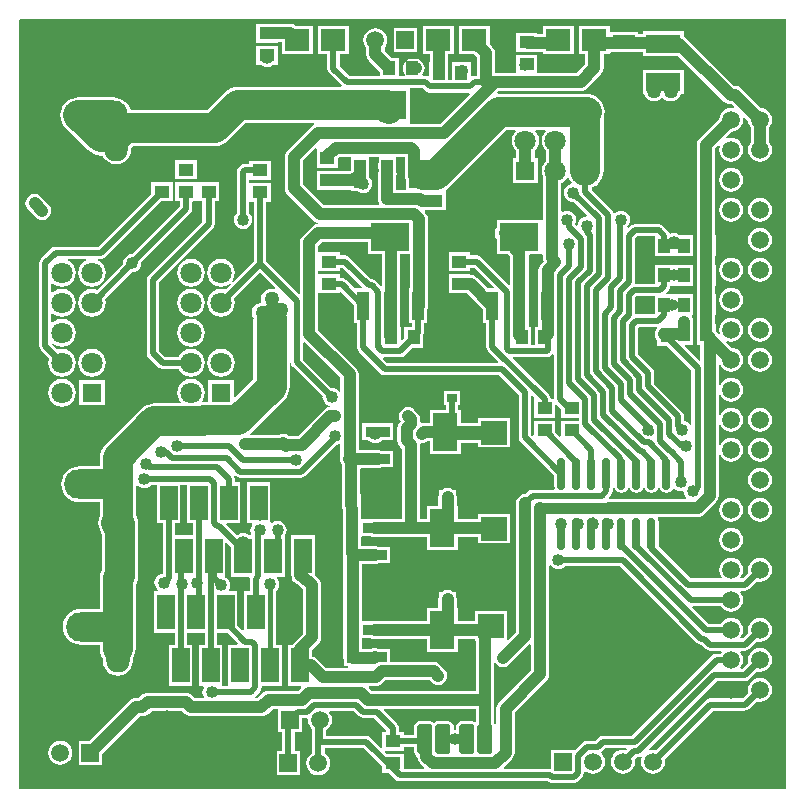
<source format=gtl>
%FSAX25Y25*%
%MOIN*%
G70*
G01*
G75*
G04 Layer_Physical_Order=1*
G04 Layer_Color=255*
%ADD10R,0.02756X0.03543*%
%ADD11R,0.08661X0.07874*%
%ADD12R,0.03543X0.02756*%
%ADD13R,0.08071X0.07480*%
%ADD14R,0.07284X0.04921*%
%ADD15R,0.11417X0.06102*%
G04:AMPARAMS|DCode=16|XSize=50mil|YSize=100mil|CornerRadius=6.25mil|HoleSize=0mil|Usage=FLASHONLY|Rotation=0.000|XOffset=0mil|YOffset=0mil|HoleType=Round|Shape=RoundedRectangle|*
%AMROUNDEDRECTD16*
21,1,0.05000,0.08750,0,0,0.0*
21,1,0.03750,0.10000,0,0,0.0*
1,1,0.01250,0.01875,-0.04375*
1,1,0.01250,-0.01875,-0.04375*
1,1,0.01250,-0.01875,0.04375*
1,1,0.01250,0.01875,0.04375*
%
%ADD16ROUNDEDRECTD16*%
%ADD17R,0.05118X0.04331*%
%ADD18R,0.04331X0.05118*%
%ADD19R,0.03937X0.09449*%
%ADD20R,0.12992X0.09449*%
%ADD21R,0.08268X0.12598*%
%ADD22R,0.08268X0.03543*%
%ADD23O,0.02756X0.10827*%
%ADD24R,0.05906X0.11811*%
%ADD25C,0.04000*%
%ADD26C,0.02000*%
%ADD27C,0.10000*%
%ADD28C,0.01500*%
%ADD29C,0.03500*%
%ADD30C,0.07087*%
%ADD31R,0.06394X0.06394*%
%ADD32C,0.05906*%
%ADD33R,0.05906X0.05906*%
%ADD34R,0.06394X0.06394*%
%ADD35O,0.07874X0.25590*%
G04:AMPARAMS|DCode=36|XSize=157.48mil|YSize=118.11mil|CornerRadius=29.53mil|HoleSize=0mil|Usage=FLASHONLY|Rotation=180.000|XOffset=0mil|YOffset=0mil|HoleType=Round|Shape=RoundedRectangle|*
%AMROUNDEDRECTD36*
21,1,0.15748,0.05906,0,0,180.0*
21,1,0.09843,0.11811,0,0,180.0*
1,1,0.05906,-0.04921,0.02953*
1,1,0.05906,0.04921,0.02953*
1,1,0.05906,0.04921,-0.02953*
1,1,0.05906,-0.04921,-0.02953*
%
%ADD36ROUNDEDRECTD36*%
%ADD37O,0.07874X0.19685*%
%ADD38O,0.21260X0.09843*%
G04:AMPARAMS|DCode=39|XSize=236.22mil|YSize=98.43mil|CornerRadius=24.61mil|HoleSize=0mil|Usage=FLASHONLY|Rotation=180.000|XOffset=0mil|YOffset=0mil|HoleType=Round|Shape=RoundedRectangle|*
%AMROUNDEDRECTD39*
21,1,0.23622,0.04921,0,0,180.0*
21,1,0.18701,0.09843,0,0,180.0*
1,1,0.04921,-0.09350,0.02461*
1,1,0.04921,0.09350,0.02461*
1,1,0.04921,0.09350,-0.02461*
1,1,0.04921,-0.09350,-0.02461*
%
%ADD39ROUNDEDRECTD39*%
%ADD40C,0.16000*%
%ADD41C,0.24410*%
%ADD42C,0.04000*%
%ADD43C,0.05000*%
%ADD44C,0.03200*%
G36*
X0341500Y0231000D02*
X0085783D01*
Y0487000D01*
X0085745Y0487038D01*
X0085936Y0487500D01*
X0341500D01*
Y0231000D01*
D02*
G37*
%LPC*%
G36*
X0332685Y0377987D02*
X0331653Y0377851D01*
X0330692Y0377453D01*
X0329866Y0376819D01*
X0329232Y0375993D01*
X0328834Y0375032D01*
X0328698Y0374000D01*
X0328834Y0372968D01*
X0329232Y0372007D01*
X0329866Y0371181D01*
X0330692Y0370547D01*
X0331653Y0370149D01*
X0332685Y0370013D01*
X0333717Y0370149D01*
X0334679Y0370547D01*
X0335504Y0371181D01*
X0336138Y0372007D01*
X0336536Y0372968D01*
X0336672Y0374000D01*
X0336536Y0375032D01*
X0336138Y0375993D01*
X0335504Y0376819D01*
X0334679Y0377453D01*
X0333717Y0377851D01*
X0332685Y0377987D01*
D02*
G37*
G36*
X0143000Y0387582D02*
X0141814Y0387426D01*
X0140709Y0386969D01*
X0139760Y0386240D01*
X0139031Y0385291D01*
X0138574Y0384186D01*
X0138417Y0383000D01*
X0138574Y0381814D01*
X0139031Y0380709D01*
X0139760Y0379760D01*
X0140709Y0379031D01*
X0141814Y0378574D01*
X0143000Y0378417D01*
X0144186Y0378574D01*
X0145291Y0379031D01*
X0146240Y0379760D01*
X0146969Y0380709D01*
X0147426Y0381814D01*
X0147582Y0383000D01*
X0147426Y0384186D01*
X0146969Y0385291D01*
X0146240Y0386240D01*
X0145291Y0386969D01*
X0144186Y0387426D01*
X0143000Y0387582D01*
D02*
G37*
G36*
X0144921Y0433098D02*
X0144803Y0433098D01*
X0137803D01*
Y0426768D01*
X0139323D01*
Y0425207D01*
X0123308Y0409192D01*
X0122579Y0409096D01*
X0121849Y0408794D01*
X0121223Y0408313D01*
X0120742Y0407686D01*
X0120440Y0406956D01*
X0120336Y0406173D01*
X0120353Y0406048D01*
X0111572Y0397267D01*
X0111186Y0397426D01*
X0110000Y0397583D01*
X0108814Y0397426D01*
X0107709Y0396969D01*
X0106760Y0396240D01*
X0106031Y0395291D01*
X0105574Y0394186D01*
X0105418Y0393000D01*
X0105574Y0391814D01*
X0106031Y0390709D01*
X0106760Y0389760D01*
X0107709Y0389031D01*
X0108814Y0388574D01*
X0110000Y0388418D01*
X0111186Y0388574D01*
X0112291Y0389031D01*
X0113240Y0389760D01*
X0113969Y0390709D01*
X0114426Y0391814D01*
X0114583Y0393000D01*
X0114426Y0394186D01*
X0114377Y0394304D01*
X0123237Y0403164D01*
X0123362Y0403147D01*
X0124145Y0403250D01*
X0124875Y0403553D01*
X0125502Y0404034D01*
X0125983Y0404660D01*
X0126285Y0405390D01*
X0126388Y0406173D01*
X0126350Y0406466D01*
X0142804Y0422920D01*
X0143246Y0423582D01*
X0143402Y0424362D01*
Y0426414D01*
X0143755Y0426768D01*
X0144803D01*
X0144921Y0426768D01*
X0145112D01*
X0145303Y0426768D01*
X0145421Y0426768D01*
X0146823D01*
Y0420018D01*
X0128920Y0402115D01*
X0128478Y0401454D01*
X0128323Y0400673D01*
Y0376173D01*
X0128478Y0375393D01*
X0128920Y0374731D01*
X0132094Y0371558D01*
X0132094Y0371558D01*
X0132490Y0371293D01*
X0132755Y0371116D01*
X0133536Y0370961D01*
X0138927D01*
X0139031Y0370709D01*
X0139760Y0369760D01*
X0140709Y0369031D01*
X0141814Y0368574D01*
X0143000Y0368418D01*
X0144186Y0368574D01*
X0145291Y0369031D01*
X0146240Y0369760D01*
X0146969Y0370709D01*
X0147426Y0371814D01*
X0147582Y0373000D01*
X0147426Y0374186D01*
X0146969Y0375291D01*
X0146240Y0376240D01*
X0145291Y0376969D01*
X0144186Y0377426D01*
X0143000Y0377583D01*
X0141814Y0377426D01*
X0140709Y0376969D01*
X0139760Y0376240D01*
X0139031Y0375291D01*
X0138927Y0375039D01*
X0134380D01*
X0132402Y0377018D01*
Y0399829D01*
X0150304Y0417731D01*
X0150746Y0418393D01*
X0150901Y0419173D01*
Y0426768D01*
X0152421D01*
Y0433098D01*
X0145421D01*
X0145303Y0433098D01*
X0145112D01*
X0144921Y0433098D01*
D02*
G37*
G36*
X0153000Y0377583D02*
X0151814Y0377426D01*
X0150709Y0376969D01*
X0149760Y0376240D01*
X0149031Y0375291D01*
X0148574Y0374186D01*
X0148417Y0373000D01*
X0148574Y0371814D01*
X0149031Y0370709D01*
X0149760Y0369760D01*
X0150709Y0369031D01*
X0151814Y0368574D01*
X0153000Y0368418D01*
X0154186Y0368574D01*
X0155291Y0369031D01*
X0156240Y0369760D01*
X0156969Y0370709D01*
X0157426Y0371814D01*
X0157582Y0373000D01*
X0157426Y0374186D01*
X0156969Y0375291D01*
X0156240Y0376240D01*
X0155291Y0376969D01*
X0154186Y0377426D01*
X0153000Y0377583D01*
D02*
G37*
G36*
X0332685Y0387987D02*
X0331653Y0387851D01*
X0330692Y0387453D01*
X0329866Y0386819D01*
X0329232Y0385993D01*
X0328834Y0385032D01*
X0328698Y0384000D01*
X0328834Y0382968D01*
X0329232Y0382007D01*
X0329866Y0381181D01*
X0330692Y0380547D01*
X0331653Y0380149D01*
X0332685Y0380013D01*
X0333717Y0380149D01*
X0334679Y0380547D01*
X0335504Y0381181D01*
X0336138Y0382007D01*
X0336536Y0382968D01*
X0336672Y0384000D01*
X0336536Y0385032D01*
X0336138Y0385993D01*
X0335504Y0386819D01*
X0334679Y0387453D01*
X0333717Y0387851D01*
X0332685Y0387987D01*
D02*
G37*
G36*
X0136921Y0433098D02*
X0129803D01*
Y0429258D01*
X0112258Y0411712D01*
X0097862D01*
X0097082Y0411557D01*
X0096420Y0411115D01*
X0093015Y0407710D01*
X0092573Y0407048D01*
X0092418Y0406268D01*
Y0378543D01*
X0092573Y0377763D01*
X0093015Y0377101D01*
X0095678Y0374438D01*
X0095574Y0374186D01*
X0095417Y0373000D01*
X0095574Y0371814D01*
X0096031Y0370709D01*
X0096760Y0369760D01*
X0097709Y0369031D01*
X0098814Y0368574D01*
X0100000Y0368418D01*
X0101186Y0368574D01*
X0102291Y0369031D01*
X0103240Y0369760D01*
X0103969Y0370709D01*
X0104426Y0371814D01*
X0104583Y0373000D01*
X0104426Y0374186D01*
X0103969Y0375291D01*
X0103240Y0376240D01*
X0102291Y0376969D01*
X0101186Y0377426D01*
X0100000Y0377583D01*
X0098814Y0377426D01*
X0098562Y0377322D01*
X0096737Y0379147D01*
X0097067Y0379524D01*
X0097709Y0379031D01*
X0098814Y0378574D01*
X0100000Y0378417D01*
X0101186Y0378574D01*
X0102291Y0379031D01*
X0103240Y0379760D01*
X0103969Y0380709D01*
X0104426Y0381814D01*
X0104583Y0383000D01*
X0104426Y0384186D01*
X0103969Y0385291D01*
X0103240Y0386240D01*
X0102291Y0386969D01*
X0101186Y0387426D01*
X0100000Y0387582D01*
X0098814Y0387426D01*
X0097709Y0386969D01*
X0096996Y0386422D01*
X0096496Y0386668D01*
Y0389332D01*
X0096996Y0389578D01*
X0097709Y0389031D01*
X0098814Y0388574D01*
X0100000Y0388418D01*
X0101186Y0388574D01*
X0102291Y0389031D01*
X0103240Y0389760D01*
X0103969Y0390709D01*
X0104426Y0391814D01*
X0104583Y0393000D01*
X0104426Y0394186D01*
X0103969Y0395291D01*
X0103240Y0396240D01*
X0102291Y0396969D01*
X0101186Y0397426D01*
X0100000Y0397583D01*
X0098814Y0397426D01*
X0097709Y0396969D01*
X0096996Y0396422D01*
X0096496Y0396668D01*
Y0399332D01*
X0096996Y0399578D01*
X0097709Y0399031D01*
X0098814Y0398574D01*
X0100000Y0398417D01*
X0101186Y0398574D01*
X0102291Y0399031D01*
X0103240Y0399760D01*
X0103969Y0400709D01*
X0104426Y0401814D01*
X0104583Y0403000D01*
X0104426Y0404186D01*
X0103969Y0405291D01*
X0103240Y0406240D01*
X0102291Y0406969D01*
X0101892Y0407134D01*
X0101991Y0407634D01*
X0108009D01*
X0108108Y0407134D01*
X0107709Y0406969D01*
X0106760Y0406240D01*
X0106031Y0405291D01*
X0105574Y0404186D01*
X0105418Y0403000D01*
X0105574Y0401814D01*
X0106031Y0400709D01*
X0106760Y0399760D01*
X0107709Y0399031D01*
X0108814Y0398574D01*
X0110000Y0398417D01*
X0111186Y0398574D01*
X0112291Y0399031D01*
X0113240Y0399760D01*
X0113969Y0400709D01*
X0114426Y0401814D01*
X0114583Y0403000D01*
X0114426Y0404186D01*
X0113969Y0405291D01*
X0113240Y0406240D01*
X0112291Y0406969D01*
X0111892Y0407134D01*
X0111991Y0407634D01*
X0113102D01*
X0113883Y0407789D01*
X0114544Y0408231D01*
X0133081Y0426768D01*
X0136921D01*
Y0433098D01*
D02*
G37*
G36*
X0143000Y0407583D02*
X0141814Y0407426D01*
X0140709Y0406969D01*
X0139760Y0406240D01*
X0139031Y0405291D01*
X0138574Y0404186D01*
X0138417Y0403000D01*
X0138574Y0401814D01*
X0139031Y0400709D01*
X0139760Y0399760D01*
X0140709Y0399031D01*
X0141814Y0398574D01*
X0143000Y0398417D01*
X0144186Y0398574D01*
X0145291Y0399031D01*
X0146240Y0399760D01*
X0146969Y0400709D01*
X0147426Y0401814D01*
X0147582Y0403000D01*
X0147426Y0404186D01*
X0146969Y0405291D01*
X0146240Y0406240D01*
X0145291Y0406969D01*
X0144186Y0407426D01*
X0143000Y0407583D01*
D02*
G37*
G36*
Y0397583D02*
X0141814Y0397426D01*
X0140709Y0396969D01*
X0139760Y0396240D01*
X0139031Y0395291D01*
X0138574Y0394186D01*
X0138417Y0393000D01*
X0138574Y0391814D01*
X0139031Y0390709D01*
X0139760Y0389760D01*
X0140709Y0389031D01*
X0141814Y0388574D01*
X0143000Y0388418D01*
X0144186Y0388574D01*
X0145291Y0389031D01*
X0146240Y0389760D01*
X0146969Y0390709D01*
X0147426Y0391814D01*
X0147582Y0393000D01*
X0147426Y0394186D01*
X0146969Y0395291D01*
X0146240Y0396240D01*
X0145291Y0396969D01*
X0144186Y0397426D01*
X0143000Y0397583D01*
D02*
G37*
G36*
X0323039Y0397987D02*
X0322008Y0397851D01*
X0321046Y0397453D01*
X0320220Y0396819D01*
X0319587Y0395993D01*
X0319188Y0395032D01*
X0319053Y0394000D01*
X0319188Y0392968D01*
X0319587Y0392007D01*
X0320220Y0391181D01*
X0321046Y0390547D01*
X0322008Y0390149D01*
X0323039Y0390013D01*
X0324071Y0390149D01*
X0325033Y0390547D01*
X0325859Y0391181D01*
X0326492Y0392007D01*
X0326890Y0392968D01*
X0327026Y0394000D01*
X0326890Y0395032D01*
X0326492Y0395993D01*
X0325859Y0396819D01*
X0325033Y0397453D01*
X0324071Y0397851D01*
X0323039Y0397987D01*
D02*
G37*
G36*
X0110000Y0377583D02*
X0108814Y0377426D01*
X0107709Y0376969D01*
X0106760Y0376240D01*
X0106031Y0375291D01*
X0105574Y0374186D01*
X0105418Y0373000D01*
X0105574Y0371814D01*
X0106031Y0370709D01*
X0106760Y0369760D01*
X0107709Y0369031D01*
X0108814Y0368574D01*
X0110000Y0368418D01*
X0111186Y0368574D01*
X0112291Y0369031D01*
X0113240Y0369760D01*
X0113969Y0370709D01*
X0114426Y0371814D01*
X0114583Y0373000D01*
X0114426Y0374186D01*
X0113969Y0375291D01*
X0113240Y0376240D01*
X0112291Y0376969D01*
X0111186Y0377426D01*
X0110000Y0377583D01*
D02*
G37*
G36*
X0332685Y0327987D02*
X0331653Y0327851D01*
X0330692Y0327453D01*
X0329866Y0326819D01*
X0329232Y0325993D01*
X0328834Y0325032D01*
X0328698Y0324000D01*
X0328834Y0322968D01*
X0329232Y0322007D01*
X0329866Y0321181D01*
X0330692Y0320547D01*
X0331653Y0320149D01*
X0332685Y0320013D01*
X0333717Y0320149D01*
X0334679Y0320547D01*
X0335504Y0321181D01*
X0336138Y0322007D01*
X0336536Y0322968D01*
X0336672Y0324000D01*
X0336536Y0325032D01*
X0336138Y0325993D01*
X0335504Y0326819D01*
X0334679Y0327453D01*
X0333717Y0327851D01*
X0332685Y0327987D01*
D02*
G37*
G36*
X0323039Y0327987D02*
X0322008Y0327851D01*
X0321046Y0327453D01*
X0320220Y0326819D01*
X0319587Y0325993D01*
X0319188Y0325032D01*
X0319053Y0324000D01*
X0319188Y0322968D01*
X0319587Y0322007D01*
X0320220Y0321181D01*
X0321046Y0320547D01*
X0322008Y0320149D01*
X0323039Y0320013D01*
X0324071Y0320149D01*
X0325033Y0320547D01*
X0325859Y0321181D01*
X0326492Y0322007D01*
X0326890Y0322968D01*
X0327026Y0324000D01*
X0326890Y0325032D01*
X0326492Y0325993D01*
X0325859Y0326819D01*
X0325033Y0327453D01*
X0324071Y0327851D01*
X0323039Y0327987D01*
D02*
G37*
G36*
X0099500Y0246987D02*
X0098468Y0246851D01*
X0097507Y0246453D01*
X0096681Y0245819D01*
X0096047Y0244993D01*
X0095649Y0244032D01*
X0095513Y0243000D01*
X0095649Y0241968D01*
X0096047Y0241007D01*
X0096681Y0240181D01*
X0097507Y0239547D01*
X0098468Y0239149D01*
X0099500Y0239013D01*
X0100532Y0239149D01*
X0101493Y0239547D01*
X0102319Y0240181D01*
X0102953Y0241007D01*
X0103351Y0241968D01*
X0103487Y0243000D01*
X0103351Y0244032D01*
X0102953Y0244993D01*
X0102319Y0245819D01*
X0101493Y0246453D01*
X0100532Y0246851D01*
X0099500Y0246987D01*
D02*
G37*
G36*
X0323039Y0317987D02*
X0322008Y0317851D01*
X0321046Y0317453D01*
X0320220Y0316819D01*
X0319587Y0315993D01*
X0319188Y0315032D01*
X0319053Y0314000D01*
X0319188Y0312968D01*
X0319587Y0312007D01*
X0320220Y0311181D01*
X0321046Y0310547D01*
X0322008Y0310149D01*
X0323039Y0310013D01*
X0324071Y0310149D01*
X0325033Y0310547D01*
X0325859Y0311181D01*
X0326492Y0312007D01*
X0326890Y0312968D01*
X0327026Y0314000D01*
X0326890Y0315032D01*
X0326492Y0315993D01*
X0325859Y0316819D01*
X0325033Y0317453D01*
X0324071Y0317851D01*
X0323039Y0317987D01*
D02*
G37*
G36*
X0332685Y0337987D02*
X0331653Y0337851D01*
X0330692Y0337453D01*
X0329866Y0336819D01*
X0329232Y0335993D01*
X0328834Y0335032D01*
X0328698Y0334000D01*
X0328834Y0332968D01*
X0329232Y0332007D01*
X0329866Y0331181D01*
X0330692Y0330547D01*
X0331653Y0330149D01*
X0332685Y0330013D01*
X0333717Y0330149D01*
X0334679Y0330547D01*
X0335504Y0331181D01*
X0336138Y0332007D01*
X0336536Y0332968D01*
X0336672Y0334000D01*
X0336536Y0335032D01*
X0336138Y0335993D01*
X0335504Y0336819D01*
X0334679Y0337453D01*
X0333717Y0337851D01*
X0332685Y0337987D01*
D02*
G37*
G36*
X0100000Y0367583D02*
X0098814Y0367426D01*
X0097709Y0366969D01*
X0096760Y0366240D01*
X0096031Y0365291D01*
X0095574Y0364186D01*
X0095417Y0363000D01*
X0095574Y0361814D01*
X0096031Y0360709D01*
X0096760Y0359760D01*
X0097709Y0359031D01*
X0098814Y0358574D01*
X0100000Y0358418D01*
X0101186Y0358574D01*
X0102291Y0359031D01*
X0103240Y0359760D01*
X0103969Y0360709D01*
X0104426Y0361814D01*
X0104583Y0363000D01*
X0104426Y0364186D01*
X0103969Y0365291D01*
X0103240Y0366240D01*
X0102291Y0366969D01*
X0101186Y0367426D01*
X0100000Y0367583D01*
D02*
G37*
G36*
X0114197Y0367197D02*
X0105803D01*
Y0358803D01*
X0114197D01*
Y0367197D01*
D02*
G37*
G36*
X0332685Y0347987D02*
X0331653Y0347851D01*
X0330692Y0347453D01*
X0329866Y0346819D01*
X0329232Y0345993D01*
X0328834Y0345032D01*
X0328698Y0344000D01*
X0328834Y0342968D01*
X0329232Y0342007D01*
X0329866Y0341181D01*
X0330692Y0340547D01*
X0331653Y0340149D01*
X0332685Y0340013D01*
X0333717Y0340149D01*
X0334679Y0340547D01*
X0335504Y0341181D01*
X0336138Y0342007D01*
X0336536Y0342968D01*
X0336672Y0344000D01*
X0336536Y0345032D01*
X0336138Y0345993D01*
X0335504Y0346819D01*
X0334679Y0347453D01*
X0333717Y0347851D01*
X0332685Y0347987D01*
D02*
G37*
G36*
Y0357987D02*
X0331653Y0357851D01*
X0330692Y0357453D01*
X0329866Y0356819D01*
X0329232Y0355993D01*
X0328834Y0355032D01*
X0328698Y0354000D01*
X0328834Y0352968D01*
X0329232Y0352007D01*
X0329866Y0351181D01*
X0330692Y0350547D01*
X0331653Y0350149D01*
X0332685Y0350013D01*
X0333717Y0350149D01*
X0334679Y0350547D01*
X0335504Y0351181D01*
X0336138Y0352007D01*
X0336536Y0352968D01*
X0336672Y0354000D01*
X0336536Y0355032D01*
X0336138Y0355993D01*
X0335504Y0356819D01*
X0334679Y0357453D01*
X0333717Y0357851D01*
X0332685Y0357987D01*
D02*
G37*
G36*
X0323039Y0427987D02*
X0322008Y0427851D01*
X0321046Y0427453D01*
X0320220Y0426819D01*
X0319587Y0425993D01*
X0319188Y0425032D01*
X0319053Y0424000D01*
X0319188Y0422968D01*
X0319587Y0422007D01*
X0320220Y0421181D01*
X0321046Y0420547D01*
X0322008Y0420149D01*
X0323039Y0420013D01*
X0324071Y0420149D01*
X0325033Y0420547D01*
X0325859Y0421181D01*
X0326492Y0422007D01*
X0326890Y0422968D01*
X0327026Y0424000D01*
X0326890Y0425032D01*
X0326492Y0425993D01*
X0325859Y0426819D01*
X0325033Y0427453D01*
X0324071Y0427851D01*
X0323039Y0427987D01*
D02*
G37*
G36*
X0090862Y0429199D02*
X0090079Y0429096D01*
X0089349Y0428794D01*
X0088723Y0428313D01*
X0088242Y0427686D01*
X0087940Y0426956D01*
X0087836Y0426173D01*
X0087940Y0425390D01*
X0088242Y0424660D01*
X0088723Y0424034D01*
X0091223Y0421534D01*
X0091849Y0421053D01*
X0092579Y0420750D01*
X0093362Y0420647D01*
X0094145Y0420750D01*
X0094875Y0421053D01*
X0095502Y0421534D01*
X0095983Y0422160D01*
X0096285Y0422890D01*
X0096388Y0423673D01*
X0096285Y0424456D01*
X0095983Y0425186D01*
X0095502Y0425813D01*
X0093002Y0428313D01*
X0092375Y0428794D01*
X0091645Y0429096D01*
X0090862Y0429199D01*
D02*
G37*
G36*
X0332685Y0427987D02*
X0331653Y0427851D01*
X0330692Y0427453D01*
X0329866Y0426819D01*
X0329232Y0425993D01*
X0328834Y0425032D01*
X0328698Y0424000D01*
X0328834Y0422968D01*
X0329232Y0422007D01*
X0329866Y0421181D01*
X0330692Y0420547D01*
X0331653Y0420149D01*
X0332685Y0420013D01*
X0333717Y0420149D01*
X0334679Y0420547D01*
X0335504Y0421181D01*
X0336138Y0422007D01*
X0336536Y0422968D01*
X0336672Y0424000D01*
X0336536Y0425032D01*
X0336138Y0425993D01*
X0335504Y0426819D01*
X0334679Y0427453D01*
X0333717Y0427851D01*
X0332685Y0427987D01*
D02*
G37*
G36*
X0282539Y0485240D02*
X0272468D01*
Y0475760D01*
X0274478D01*
Y0472568D01*
X0271609Y0469699D01*
X0258421D01*
Y0475598D01*
X0251303D01*
Y0469699D01*
X0244388D01*
Y0476142D01*
X0244388Y0476142D01*
X0244285Y0476925D01*
X0243983Y0477655D01*
X0243502Y0478281D01*
X0242539Y0479244D01*
Y0485240D01*
X0232469D01*
Y0475760D01*
X0237465D01*
X0238336Y0474888D01*
Y0468712D01*
X0237655D01*
X0236875Y0468557D01*
X0236709Y0468446D01*
X0236268Y0468682D01*
Y0469348D01*
X0236285Y0469390D01*
X0236388Y0470173D01*
X0236285Y0470956D01*
X0236268Y0470998D01*
Y0473232D01*
X0229937D01*
Y0467153D01*
X0228787D01*
Y0473232D01*
X0228648D01*
Y0475760D01*
X0230532D01*
Y0485240D01*
X0220461D01*
Y0475760D01*
X0222596D01*
Y0473232D01*
X0222457D01*
Y0468662D01*
X0222016Y0468427D01*
X0221909Y0468498D01*
X0221128Y0468653D01*
X0220267D01*
X0220094Y0469153D01*
X0220483Y0469660D01*
X0220785Y0470390D01*
X0220888Y0471173D01*
X0220785Y0471956D01*
X0220483Y0472686D01*
X0220002Y0473313D01*
X0219375Y0473794D01*
X0218645Y0474096D01*
X0217862Y0474199D01*
X0216602D01*
X0215819Y0474096D01*
X0215090Y0473794D01*
X0214463Y0473313D01*
X0213982Y0472686D01*
X0213680Y0471956D01*
X0213577Y0471173D01*
X0213680Y0470390D01*
X0213982Y0469660D01*
X0214371Y0469153D01*
X0214197Y0468653D01*
X0212287D01*
Y0474732D01*
X0209842D01*
X0207526Y0477049D01*
Y0477950D01*
X0207953Y0478507D01*
X0208351Y0479468D01*
X0208487Y0480500D01*
X0208351Y0481532D01*
X0207953Y0482493D01*
X0207319Y0483319D01*
X0206493Y0483953D01*
X0205532Y0484351D01*
X0204500Y0484487D01*
X0203468Y0484351D01*
X0202507Y0483953D01*
X0201681Y0483319D01*
X0201047Y0482493D01*
X0200649Y0481532D01*
X0200513Y0480500D01*
X0200649Y0479468D01*
X0201047Y0478507D01*
X0201474Y0477950D01*
Y0475795D01*
X0201577Y0475012D01*
X0201791Y0474496D01*
X0201880Y0474282D01*
X0202360Y0473656D01*
X0205957Y0470059D01*
Y0468653D01*
X0195766D01*
X0192543Y0471876D01*
Y0475760D01*
X0195539D01*
Y0485240D01*
X0185468D01*
Y0475760D01*
X0188465D01*
Y0471032D01*
X0188620Y0470251D01*
X0189062Y0469590D01*
X0193205Y0465446D01*
X0192998Y0464946D01*
X0158606D01*
X0157430Y0464830D01*
X0156299Y0464487D01*
X0155257Y0463930D01*
X0154343Y0463180D01*
X0148365Y0457202D01*
X0122916D01*
X0122908Y0457261D01*
X0122411Y0458462D01*
X0121619Y0459494D01*
X0121038Y0459940D01*
X0120420Y0460447D01*
X0119391Y0460997D01*
X0118275Y0461336D01*
X0117114Y0461450D01*
X0106303D01*
X0105500Y0461529D01*
X0104324Y0461413D01*
X0103193Y0461070D01*
X0102150Y0460513D01*
X0101237Y0459763D01*
X0100487Y0458849D01*
X0099930Y0457807D01*
X0099587Y0456676D01*
X0099471Y0455500D01*
X0099587Y0454324D01*
X0099930Y0453193D01*
X0100487Y0452150D01*
X0101237Y0451237D01*
X0108638Y0443835D01*
X0109552Y0443085D01*
X0110594Y0442528D01*
X0111725Y0442185D01*
X0112902Y0442069D01*
X0113621D01*
X0113786Y0441672D01*
X0114577Y0440640D01*
X0115609Y0439849D01*
X0116810Y0439352D01*
X0118098Y0439182D01*
X0119387Y0439352D01*
X0120588Y0439849D01*
X0121619Y0440640D01*
X0122411Y0441672D01*
X0122908Y0442873D01*
X0123078Y0444161D01*
Y0444552D01*
X0123670Y0445144D01*
X0150862D01*
X0152039Y0445260D01*
X0153170Y0445603D01*
X0154212Y0446160D01*
X0155125Y0446910D01*
X0161104Y0452888D01*
X0183978D01*
X0184078Y0452388D01*
X0183849Y0452294D01*
X0183223Y0451813D01*
X0175223Y0443813D01*
X0174742Y0443186D01*
X0174653Y0442972D01*
X0174440Y0442456D01*
X0174336Y0441673D01*
Y0431173D01*
X0174440Y0430390D01*
X0174653Y0429874D01*
X0174742Y0429660D01*
X0175223Y0429034D01*
X0183754Y0420502D01*
X0184381Y0420021D01*
X0185111Y0419719D01*
X0185295Y0419695D01*
Y0419190D01*
X0184579Y0419096D01*
X0184063Y0418882D01*
X0183849Y0418794D01*
X0183223Y0418313D01*
X0180223Y0415313D01*
X0179742Y0414686D01*
X0179653Y0414472D01*
X0179439Y0413956D01*
X0179336Y0413173D01*
Y0396201D01*
X0178875Y0396009D01*
X0168039Y0406845D01*
Y0426594D01*
X0169559D01*
Y0432925D01*
X0162901D01*
X0162441Y0432925D01*
X0162401Y0433409D01*
Y0433409D01*
Y0433591D01*
X0162441Y0434075D01*
X0169559D01*
Y0440406D01*
X0162441D01*
Y0439279D01*
X0160929D01*
X0160149Y0439124D01*
X0159487Y0438682D01*
X0158920Y0438115D01*
X0158478Y0437454D01*
X0158323Y0436673D01*
Y0422890D01*
X0158223Y0422813D01*
X0157742Y0422186D01*
X0157439Y0421456D01*
X0157336Y0420673D01*
X0157439Y0419890D01*
X0157742Y0419160D01*
X0158223Y0418534D01*
X0158849Y0418053D01*
X0159579Y0417750D01*
X0160362Y0417647D01*
X0161145Y0417750D01*
X0161875Y0418053D01*
X0162502Y0418534D01*
X0162983Y0419160D01*
X0163285Y0419890D01*
X0163388Y0420673D01*
X0163285Y0421456D01*
X0162983Y0422186D01*
X0162502Y0422813D01*
X0162401Y0422890D01*
Y0426111D01*
X0162441Y0426594D01*
X0162901Y0426594D01*
X0163961D01*
Y0406845D01*
X0156853Y0399737D01*
X0156476Y0400067D01*
X0156969Y0400709D01*
X0157426Y0401814D01*
X0157582Y0403000D01*
X0157426Y0404186D01*
X0156969Y0405291D01*
X0156240Y0406240D01*
X0155291Y0406969D01*
X0154186Y0407426D01*
X0153000Y0407583D01*
X0151814Y0407426D01*
X0150709Y0406969D01*
X0149760Y0406240D01*
X0149031Y0405291D01*
X0148574Y0404186D01*
X0148417Y0403000D01*
X0148574Y0401814D01*
X0149031Y0400709D01*
X0149760Y0399760D01*
X0150709Y0399031D01*
X0151814Y0398574D01*
X0153000Y0398417D01*
X0154186Y0398574D01*
X0155291Y0399031D01*
X0155933Y0399524D01*
X0156263Y0399147D01*
X0154438Y0397322D01*
X0154186Y0397426D01*
X0153000Y0397583D01*
X0151814Y0397426D01*
X0150709Y0396969D01*
X0149760Y0396240D01*
X0149031Y0395291D01*
X0148574Y0394186D01*
X0148417Y0393000D01*
X0148574Y0391814D01*
X0149031Y0390709D01*
X0149760Y0389760D01*
X0150709Y0389031D01*
X0151814Y0388574D01*
X0153000Y0388418D01*
X0154186Y0388574D01*
X0155291Y0389031D01*
X0156240Y0389760D01*
X0156969Y0390709D01*
X0157426Y0391814D01*
X0157582Y0393000D01*
X0157426Y0394186D01*
X0157322Y0394438D01*
X0166000Y0403116D01*
X0171144Y0397972D01*
X0170861Y0397548D01*
X0170776Y0397583D01*
X0169862Y0397703D01*
X0168949Y0397583D01*
X0168097Y0397231D01*
X0167366Y0396670D01*
X0166805Y0395938D01*
X0166452Y0395087D01*
X0166332Y0394173D01*
X0166452Y0393260D01*
X0166384Y0393140D01*
X0165949Y0393083D01*
X0165097Y0392730D01*
X0164366Y0392169D01*
X0163805Y0391438D01*
X0163452Y0390587D01*
X0163332Y0389673D01*
X0163452Y0388759D01*
X0163805Y0387908D01*
X0163850Y0387849D01*
X0163833Y0387673D01*
Y0367481D01*
X0157659Y0361306D01*
X0157197Y0361497D01*
Y0367197D01*
X0148803D01*
Y0359832D01*
X0147299D01*
X0146896Y0359792D01*
X0146631Y0360269D01*
X0146969Y0360709D01*
X0147426Y0361814D01*
X0147582Y0363000D01*
X0147426Y0364186D01*
X0146969Y0365291D01*
X0146240Y0366240D01*
X0145291Y0366969D01*
X0144186Y0367426D01*
X0143000Y0367583D01*
X0141814Y0367426D01*
X0140709Y0366969D01*
X0139760Y0366240D01*
X0139031Y0365291D01*
X0138574Y0364186D01*
X0138417Y0363000D01*
X0138574Y0361814D01*
X0139031Y0360709D01*
X0139586Y0359986D01*
X0139340Y0359486D01*
X0130832D01*
X0129656Y0359370D01*
X0128525Y0359027D01*
X0127482Y0358470D01*
X0126569Y0357720D01*
X0114335Y0345486D01*
X0113585Y0344573D01*
X0113028Y0343530D01*
X0112685Y0342399D01*
X0112569Y0341223D01*
Y0338450D01*
X0105697D01*
X0104536Y0338336D01*
X0103420Y0337997D01*
X0102391Y0337447D01*
X0101490Y0336707D01*
X0100750Y0335806D01*
X0100200Y0334777D01*
X0099861Y0333661D01*
X0099747Y0332500D01*
X0099861Y0331339D01*
X0100200Y0330223D01*
X0100750Y0329194D01*
X0101490Y0328293D01*
X0102391Y0327553D01*
X0103420Y0327003D01*
X0104536Y0326664D01*
X0105697Y0326550D01*
X0112569D01*
Y0322125D01*
X0112528Y0322048D01*
X0112185Y0320917D01*
X0112069Y0319741D01*
X0112185Y0318565D01*
X0112528Y0317434D01*
X0113085Y0316391D01*
X0113345Y0316075D01*
Y0304026D01*
X0113028Y0303433D01*
X0112685Y0302303D01*
X0112569Y0301126D01*
Y0290950D01*
X0106197D01*
X0105036Y0290836D01*
X0103920Y0290497D01*
X0102891Y0289947D01*
X0101990Y0289207D01*
X0101250Y0288306D01*
X0100700Y0287277D01*
X0100361Y0286161D01*
X0100247Y0285000D01*
X0100361Y0283839D01*
X0100700Y0282723D01*
X0101250Y0281694D01*
X0101990Y0280793D01*
X0102891Y0280053D01*
X0103920Y0279503D01*
X0105036Y0279164D01*
X0106197Y0279050D01*
X0112569D01*
Y0277598D01*
X0112685Y0276422D01*
X0113028Y0275291D01*
X0113585Y0274249D01*
X0113619Y0274208D01*
Y0273661D01*
X0113788Y0272373D01*
X0114286Y0271172D01*
X0115077Y0270140D01*
X0116109Y0269349D01*
X0117310Y0268851D01*
X0118598Y0268682D01*
X0119887Y0268851D01*
X0121088Y0269349D01*
X0122119Y0270140D01*
X0122911Y0271172D01*
X0123408Y0272373D01*
X0123578Y0273661D01*
Y0274208D01*
X0123611Y0274249D01*
X0124169Y0275291D01*
X0124512Y0276422D01*
X0124627Y0277598D01*
Y0299002D01*
X0124944Y0299595D01*
X0125287Y0300726D01*
X0125403Y0301902D01*
Y0319241D01*
X0125287Y0320417D01*
X0124944Y0321548D01*
X0124627Y0322140D01*
Y0331988D01*
X0125127Y0332158D01*
X0125223Y0332034D01*
X0125849Y0331553D01*
X0126579Y0331250D01*
X0127362Y0331147D01*
X0128145Y0331250D01*
X0128875Y0331553D01*
X0129502Y0332034D01*
X0129648Y0332225D01*
X0131606D01*
Y0319453D01*
X0133520D01*
Y0302654D01*
X0133079Y0302596D01*
X0132349Y0302294D01*
X0131723Y0301813D01*
X0131242Y0301186D01*
X0130939Y0300456D01*
X0130836Y0299673D01*
X0130939Y0298890D01*
X0131242Y0298160D01*
X0131723Y0297534D01*
X0132074Y0297264D01*
X0131905Y0296764D01*
X0130606D01*
Y0282953D01*
X0137520D01*
Y0279047D01*
X0135606D01*
Y0265236D01*
X0143512D01*
Y0279047D01*
X0141598D01*
Y0282953D01*
X0147520D01*
Y0279047D01*
X0145606D01*
Y0265236D01*
X0147099D01*
X0147320Y0264788D01*
X0147242Y0264686D01*
X0146940Y0263956D01*
X0146836Y0263173D01*
X0146940Y0262390D01*
X0147226Y0261699D01*
X0147098Y0261336D01*
X0147030Y0261199D01*
X0144359D01*
X0143386Y0262171D01*
X0142760Y0262652D01*
X0142030Y0262954D01*
X0141247Y0263057D01*
X0128651D01*
X0127868Y0262954D01*
X0127138Y0262652D01*
X0126511Y0262171D01*
X0125539Y0261199D01*
X0124673D01*
X0124673Y0261199D01*
X0123981Y0261108D01*
X0123890Y0261096D01*
X0123160Y0260794D01*
X0122534Y0260313D01*
X0109174Y0246953D01*
X0105547D01*
Y0239047D01*
X0113453D01*
Y0242673D01*
X0125927Y0255147D01*
X0126793D01*
X0127576Y0255250D01*
X0128092Y0255464D01*
X0128306Y0255553D01*
X0128932Y0256034D01*
X0129904Y0257006D01*
X0139994D01*
X0140965Y0256034D01*
X0141592Y0255553D01*
X0141806Y0255464D01*
X0142322Y0255250D01*
X0143105Y0255147D01*
X0166433D01*
X0167217Y0255250D01*
X0167733Y0255464D01*
X0167946Y0255553D01*
X0168573Y0256034D01*
X0170187Y0257647D01*
X0172047D01*
Y0250047D01*
X0173461D01*
Y0243453D01*
X0171547D01*
Y0235547D01*
X0179453D01*
Y0243453D01*
X0177539D01*
Y0250047D01*
X0179953D01*
Y0254634D01*
X0181592D01*
X0181828Y0254506D01*
X0182052Y0254296D01*
X0182013Y0254000D01*
X0182149Y0252968D01*
X0182547Y0252007D01*
X0183181Y0251181D01*
X0183461Y0250966D01*
Y0242918D01*
X0182681Y0242319D01*
X0182047Y0241493D01*
X0181649Y0240532D01*
X0181513Y0239500D01*
X0181649Y0238468D01*
X0182047Y0237507D01*
X0182681Y0236681D01*
X0183507Y0236047D01*
X0184468Y0235649D01*
X0185500Y0235513D01*
X0186532Y0235649D01*
X0187493Y0236047D01*
X0188319Y0236681D01*
X0188953Y0237507D01*
X0189351Y0238468D01*
X0189487Y0239500D01*
X0189351Y0240532D01*
X0188953Y0241493D01*
X0188319Y0242319D01*
X0187539Y0242918D01*
Y0244634D01*
X0200518D01*
X0206803Y0238348D01*
Y0236268D01*
X0208884D01*
X0211094Y0234058D01*
X0211755Y0233616D01*
X0212536Y0233461D01*
X0248157D01*
X0248937Y0233616D01*
X0248964Y0233634D01*
X0261748D01*
X0261777Y0233605D01*
X0262439Y0233163D01*
X0263219Y0233008D01*
X0270781D01*
X0271562Y0233163D01*
X0272223Y0233605D01*
X0273395Y0234777D01*
X0273395Y0234777D01*
X0273660Y0235174D01*
X0273837Y0235438D01*
X0273992Y0236219D01*
Y0236696D01*
X0274492Y0236942D01*
X0275007Y0236547D01*
X0275968Y0236149D01*
X0277000Y0236013D01*
X0278032Y0236149D01*
X0278993Y0236547D01*
X0279819Y0237181D01*
X0280453Y0238007D01*
X0280851Y0238968D01*
X0280987Y0240000D01*
X0280851Y0241032D01*
X0280453Y0241993D01*
X0279863Y0242762D01*
X0279806Y0242978D01*
X0279817Y0243333D01*
X0280084Y0243511D01*
X0281207Y0244634D01*
X0288056D01*
X0288241Y0244194D01*
X0287945Y0243863D01*
X0287000Y0243987D01*
X0285968Y0243851D01*
X0285007Y0243453D01*
X0284181Y0242819D01*
X0283547Y0241993D01*
X0283149Y0241032D01*
X0283013Y0240000D01*
X0283149Y0238968D01*
X0283547Y0238007D01*
X0284181Y0237181D01*
X0285007Y0236547D01*
X0285968Y0236149D01*
X0287000Y0236013D01*
X0288032Y0236149D01*
X0288993Y0236547D01*
X0289819Y0237181D01*
X0290453Y0238007D01*
X0290851Y0238968D01*
X0290987Y0240000D01*
X0290859Y0240975D01*
X0291518Y0241634D01*
X0292105D01*
X0292885Y0241789D01*
X0292935Y0241823D01*
X0293339Y0241491D01*
X0293149Y0241032D01*
X0293013Y0240000D01*
X0293149Y0238968D01*
X0293547Y0238007D01*
X0294181Y0237181D01*
X0295007Y0236547D01*
X0295968Y0236149D01*
X0297000Y0236013D01*
X0298032Y0236149D01*
X0298993Y0236547D01*
X0299819Y0237181D01*
X0300453Y0238007D01*
X0300851Y0238968D01*
X0300987Y0240000D01*
X0300858Y0240975D01*
X0316892Y0257008D01*
X0327732D01*
X0328513Y0257163D01*
X0329174Y0257605D01*
X0331710Y0260141D01*
X0332685Y0260013D01*
X0333717Y0260149D01*
X0334679Y0260547D01*
X0335504Y0261181D01*
X0336138Y0262007D01*
X0336536Y0262968D01*
X0336672Y0264000D01*
X0336536Y0265032D01*
X0336138Y0265993D01*
X0335504Y0266819D01*
X0334679Y0267453D01*
X0333717Y0267851D01*
X0332685Y0267987D01*
X0331653Y0267851D01*
X0330692Y0267453D01*
X0329866Y0266819D01*
X0329232Y0265993D01*
X0328834Y0265032D01*
X0328698Y0264000D01*
X0328827Y0263025D01*
X0326888Y0261086D01*
X0316047D01*
X0315267Y0260931D01*
X0314605Y0260489D01*
X0297975Y0243859D01*
X0297000Y0243987D01*
X0295968Y0243851D01*
X0295807Y0243784D01*
X0295524Y0244208D01*
X0318229Y0266914D01*
X0327638D01*
X0328418Y0267069D01*
X0329080Y0267511D01*
X0331710Y0270142D01*
X0332685Y0270013D01*
X0333717Y0270149D01*
X0334679Y0270547D01*
X0335504Y0271181D01*
X0336138Y0272007D01*
X0336536Y0272968D01*
X0336672Y0274000D01*
X0336536Y0275032D01*
X0336138Y0275993D01*
X0335504Y0276819D01*
X0334679Y0277453D01*
X0333717Y0277851D01*
X0332685Y0277987D01*
X0331653Y0277851D01*
X0330692Y0277453D01*
X0329866Y0276819D01*
X0329232Y0275993D01*
X0328834Y0275032D01*
X0328698Y0274000D01*
X0328827Y0273025D01*
X0326806Y0271005D01*
X0326316Y0271048D01*
X0326097Y0271492D01*
X0326492Y0272007D01*
X0326890Y0272968D01*
X0327026Y0274000D01*
X0326890Y0275032D01*
X0326492Y0275993D01*
X0326097Y0276508D01*
X0326344Y0277008D01*
X0327732D01*
X0328513Y0277163D01*
X0329174Y0277605D01*
X0331710Y0280141D01*
X0332685Y0280013D01*
X0333717Y0280149D01*
X0334679Y0280547D01*
X0335504Y0281181D01*
X0336138Y0282007D01*
X0336536Y0282968D01*
X0336672Y0284000D01*
X0336536Y0285032D01*
X0336138Y0285993D01*
X0335504Y0286819D01*
X0334679Y0287453D01*
X0333717Y0287851D01*
X0332685Y0287987D01*
X0331653Y0287851D01*
X0330692Y0287453D01*
X0329866Y0286819D01*
X0329232Y0285993D01*
X0328834Y0285032D01*
X0328698Y0284000D01*
X0328827Y0283025D01*
X0326888Y0281086D01*
X0326416D01*
X0326170Y0281586D01*
X0326492Y0282007D01*
X0326890Y0282968D01*
X0327026Y0284000D01*
X0326890Y0285032D01*
X0326492Y0285993D01*
X0325859Y0286819D01*
X0325033Y0287453D01*
X0324071Y0287851D01*
X0323039Y0287987D01*
X0322008Y0287851D01*
X0321046Y0287453D01*
X0320220Y0286819D01*
X0319622Y0286039D01*
X0315493D01*
X0310033Y0291499D01*
X0310224Y0291961D01*
X0319622D01*
X0320220Y0291181D01*
X0321046Y0290547D01*
X0322008Y0290149D01*
X0323039Y0290013D01*
X0324071Y0290149D01*
X0325033Y0290547D01*
X0325859Y0291181D01*
X0326492Y0292007D01*
X0326890Y0292968D01*
X0327026Y0294000D01*
X0326890Y0295032D01*
X0326492Y0295993D01*
X0326097Y0296508D01*
X0326344Y0297008D01*
X0327732D01*
X0328513Y0297163D01*
X0329174Y0297605D01*
X0331710Y0300142D01*
X0332685Y0300013D01*
X0333717Y0300149D01*
X0334679Y0300547D01*
X0335504Y0301181D01*
X0336138Y0302007D01*
X0336536Y0302968D01*
X0336672Y0304000D01*
X0336536Y0305032D01*
X0336138Y0305993D01*
X0335504Y0306819D01*
X0334679Y0307453D01*
X0333717Y0307851D01*
X0332685Y0307987D01*
X0331653Y0307851D01*
X0330692Y0307453D01*
X0329866Y0306819D01*
X0329232Y0305993D01*
X0328834Y0305032D01*
X0328698Y0304000D01*
X0328827Y0303025D01*
X0326888Y0301086D01*
X0326416D01*
X0326170Y0301586D01*
X0326492Y0302007D01*
X0326890Y0302968D01*
X0327026Y0304000D01*
X0326890Y0305032D01*
X0326492Y0305993D01*
X0325859Y0306819D01*
X0325033Y0307453D01*
X0324071Y0307851D01*
X0323039Y0307987D01*
X0322008Y0307851D01*
X0321046Y0307453D01*
X0320220Y0306819D01*
X0319587Y0305993D01*
X0319188Y0305032D01*
X0319053Y0304000D01*
X0319188Y0302968D01*
X0319587Y0302007D01*
X0319909Y0301586D01*
X0319662Y0301086D01*
X0309561D01*
X0298891Y0311756D01*
X0298924Y0311925D01*
Y0319996D01*
X0298740Y0320924D01*
X0298583Y0321159D01*
X0298818Y0321600D01*
X0311886D01*
X0312669Y0321703D01*
X0313185Y0321917D01*
X0313399Y0322006D01*
X0314026Y0322486D01*
X0318002Y0326463D01*
X0318483Y0327089D01*
X0318634Y0327454D01*
X0318785Y0327819D01*
X0318797Y0327910D01*
X0318888Y0328602D01*
X0318888Y0328602D01*
Y0342387D01*
X0319388Y0342486D01*
X0319587Y0342007D01*
X0320220Y0341181D01*
X0321046Y0340547D01*
X0322008Y0340149D01*
X0323039Y0340013D01*
X0324071Y0340149D01*
X0325033Y0340547D01*
X0325859Y0341181D01*
X0326492Y0342007D01*
X0326890Y0342968D01*
X0327026Y0344000D01*
X0326890Y0345032D01*
X0326492Y0345993D01*
X0325859Y0346819D01*
X0325033Y0347453D01*
X0324071Y0347851D01*
X0323039Y0347987D01*
X0322008Y0347851D01*
X0321046Y0347453D01*
X0320220Y0346819D01*
X0319587Y0345993D01*
X0319388Y0345514D01*
X0318888Y0345614D01*
Y0352386D01*
X0319388Y0352486D01*
X0319587Y0352007D01*
X0320220Y0351181D01*
X0321046Y0350547D01*
X0322008Y0350149D01*
X0323039Y0350013D01*
X0324071Y0350149D01*
X0325033Y0350547D01*
X0325859Y0351181D01*
X0326492Y0352007D01*
X0326890Y0352968D01*
X0327026Y0354000D01*
X0326890Y0355032D01*
X0326492Y0355993D01*
X0325859Y0356819D01*
X0325033Y0357453D01*
X0324071Y0357851D01*
X0323039Y0357987D01*
X0322008Y0357851D01*
X0321046Y0357453D01*
X0320220Y0356819D01*
X0319587Y0355993D01*
X0319388Y0355514D01*
X0318888Y0355613D01*
Y0362386D01*
X0319388Y0362486D01*
X0319587Y0362007D01*
X0320220Y0361181D01*
X0321046Y0360547D01*
X0322008Y0360149D01*
X0323039Y0360013D01*
X0324071Y0360149D01*
X0325033Y0360547D01*
X0325859Y0361181D01*
X0326492Y0362007D01*
X0326890Y0362968D01*
X0327026Y0364000D01*
X0326890Y0365032D01*
X0326492Y0365993D01*
X0325859Y0366819D01*
X0325033Y0367453D01*
X0324071Y0367851D01*
X0323039Y0367987D01*
X0322008Y0367851D01*
X0321046Y0367453D01*
X0320220Y0366819D01*
X0319587Y0365993D01*
X0319388Y0365514D01*
X0318888Y0365614D01*
Y0372387D01*
X0319388Y0372486D01*
X0319587Y0372007D01*
X0320220Y0371181D01*
X0321046Y0370547D01*
X0322008Y0370149D01*
X0323039Y0370013D01*
X0324071Y0370149D01*
X0325033Y0370547D01*
X0325859Y0371181D01*
X0326492Y0372007D01*
X0326890Y0372968D01*
X0327026Y0374000D01*
X0326890Y0375032D01*
X0326492Y0375993D01*
X0325859Y0376819D01*
X0325033Y0377453D01*
X0324071Y0377851D01*
X0323376Y0377942D01*
X0321501Y0379818D01*
X0321784Y0380241D01*
X0322008Y0380149D01*
X0323039Y0380013D01*
X0324071Y0380149D01*
X0325033Y0380547D01*
X0325859Y0381181D01*
X0326492Y0382007D01*
X0326890Y0382968D01*
X0327026Y0384000D01*
X0326890Y0385032D01*
X0326492Y0385993D01*
X0325859Y0386819D01*
X0325033Y0387453D01*
X0324071Y0387851D01*
X0323039Y0387987D01*
X0322008Y0387851D01*
X0321046Y0387453D01*
X0320220Y0386819D01*
X0319587Y0385993D01*
X0319188Y0385032D01*
X0319053Y0384000D01*
X0319188Y0382968D01*
X0319281Y0382745D01*
X0318857Y0382462D01*
X0317905Y0383413D01*
Y0386059D01*
X0317766D01*
Y0388774D01*
X0317905D01*
Y0395892D01*
X0317766D01*
Y0398608D01*
X0317905D01*
Y0405726D01*
X0317766D01*
Y0408441D01*
X0317905D01*
Y0415559D01*
X0317766D01*
Y0444447D01*
X0318857Y0445538D01*
X0319281Y0445255D01*
X0319188Y0445032D01*
X0319053Y0444000D01*
X0319188Y0442968D01*
X0319587Y0442007D01*
X0320220Y0441181D01*
X0321046Y0440547D01*
X0322008Y0440149D01*
X0323039Y0440013D01*
X0324071Y0440149D01*
X0325033Y0440547D01*
X0325859Y0441181D01*
X0326492Y0442007D01*
X0326890Y0442968D01*
X0327026Y0444000D01*
X0326890Y0445032D01*
X0326492Y0445993D01*
X0325859Y0446819D01*
X0325033Y0447453D01*
X0324071Y0447851D01*
X0323039Y0447987D01*
X0322008Y0447851D01*
X0321784Y0447759D01*
X0321501Y0448182D01*
X0323376Y0450058D01*
X0324071Y0450149D01*
X0325033Y0450547D01*
X0325859Y0451181D01*
X0326492Y0452007D01*
X0326890Y0452968D01*
X0327026Y0454000D01*
X0326924Y0454774D01*
X0327398Y0455008D01*
X0328743Y0453663D01*
X0328834Y0452968D01*
X0329232Y0452007D01*
X0329659Y0451450D01*
Y0446550D01*
X0329232Y0445993D01*
X0328834Y0445032D01*
X0328698Y0444000D01*
X0328834Y0442968D01*
X0329232Y0442007D01*
X0329866Y0441181D01*
X0330692Y0440547D01*
X0331653Y0440149D01*
X0332685Y0440013D01*
X0333717Y0440149D01*
X0334679Y0440547D01*
X0335504Y0441181D01*
X0336138Y0442007D01*
X0336536Y0442968D01*
X0336672Y0444000D01*
X0336536Y0445032D01*
X0336138Y0445993D01*
X0335711Y0446550D01*
Y0451450D01*
X0336138Y0452007D01*
X0336536Y0452968D01*
X0336672Y0454000D01*
X0336536Y0455032D01*
X0336138Y0455993D01*
X0335504Y0456819D01*
X0334679Y0457453D01*
X0333717Y0457851D01*
X0333022Y0457942D01*
X0326652Y0464313D01*
X0326025Y0464794D01*
X0325295Y0465096D01*
X0324512Y0465199D01*
X0324116D01*
X0307778Y0481537D01*
X0307209Y0481974D01*
Y0483449D01*
X0293791D01*
Y0482526D01*
X0292142D01*
Y0483358D01*
X0282858D01*
X0282539Y0483726D01*
Y0485240D01*
D02*
G37*
G36*
X0144921Y0440579D02*
X0137803D01*
Y0434248D01*
X0140597D01*
X0141362Y0434147D01*
X0142127Y0434248D01*
X0144921D01*
Y0440579D01*
D02*
G37*
G36*
X0171921Y0486079D02*
X0164803D01*
Y0479748D01*
X0171921D01*
Y0479887D01*
X0173461D01*
Y0475760D01*
X0183531D01*
Y0485240D01*
X0177978D01*
X0177596Y0485534D01*
X0176866Y0485836D01*
X0176083Y0485939D01*
X0171921D01*
Y0486079D01*
D02*
G37*
G36*
Y0478598D02*
X0164803D01*
Y0472268D01*
X0166569D01*
X0166849Y0472053D01*
X0167579Y0471750D01*
X0168362Y0471647D01*
X0169145Y0471750D01*
X0169875Y0472053D01*
X0170155Y0472268D01*
X0171921D01*
Y0478598D01*
D02*
G37*
G36*
X0323039Y0437987D02*
X0322008Y0437851D01*
X0321046Y0437453D01*
X0320220Y0436819D01*
X0319587Y0435993D01*
X0319188Y0435032D01*
X0319053Y0434000D01*
X0319188Y0432968D01*
X0319587Y0432007D01*
X0320220Y0431181D01*
X0321046Y0430547D01*
X0322008Y0430149D01*
X0323039Y0430013D01*
X0324071Y0430149D01*
X0325033Y0430547D01*
X0325859Y0431181D01*
X0326492Y0432007D01*
X0326890Y0432968D01*
X0327026Y0434000D01*
X0326890Y0435032D01*
X0326492Y0435993D01*
X0325859Y0436819D01*
X0325033Y0437453D01*
X0324071Y0437851D01*
X0323039Y0437987D01*
D02*
G37*
G36*
X0332685Y0417987D02*
X0331653Y0417851D01*
X0330692Y0417453D01*
X0329866Y0416819D01*
X0329232Y0415993D01*
X0328834Y0415032D01*
X0328698Y0414000D01*
X0328834Y0412968D01*
X0329232Y0412007D01*
X0329866Y0411181D01*
X0330692Y0410547D01*
X0331653Y0410149D01*
X0332685Y0410013D01*
X0333717Y0410149D01*
X0334679Y0410547D01*
X0335504Y0411181D01*
X0336138Y0412007D01*
X0336536Y0412968D01*
X0336672Y0414000D01*
X0336536Y0415032D01*
X0336138Y0415993D01*
X0335504Y0416819D01*
X0334679Y0417453D01*
X0333717Y0417851D01*
X0332685Y0417987D01*
D02*
G37*
G36*
X0323039Y0407987D02*
X0322008Y0407851D01*
X0321046Y0407453D01*
X0320220Y0406819D01*
X0319587Y0405993D01*
X0319188Y0405032D01*
X0319053Y0404000D01*
X0319188Y0402968D01*
X0319587Y0402007D01*
X0320220Y0401181D01*
X0321046Y0400547D01*
X0322008Y0400149D01*
X0323039Y0400013D01*
X0324071Y0400149D01*
X0325033Y0400547D01*
X0325859Y0401181D01*
X0326492Y0402007D01*
X0326890Y0402968D01*
X0327026Y0404000D01*
X0326890Y0405032D01*
X0326492Y0405993D01*
X0325859Y0406819D01*
X0325033Y0407453D01*
X0324071Y0407851D01*
X0323039Y0407987D01*
D02*
G37*
G36*
X0218453Y0484453D02*
X0210547D01*
Y0476547D01*
X0218453D01*
Y0484453D01*
D02*
G37*
G36*
X0270532Y0485240D02*
X0260461D01*
Y0482526D01*
X0258421D01*
Y0483079D01*
X0251303D01*
Y0476748D01*
X0254080D01*
X0254128Y0476728D01*
X0254492Y0476577D01*
X0254584Y0476565D01*
X0255276Y0476474D01*
X0255276Y0476474D01*
X0260461D01*
Y0475760D01*
X0270532D01*
Y0485240D01*
D02*
G37*
G36*
X0332685Y0407987D02*
X0331653Y0407851D01*
X0330692Y0407453D01*
X0329866Y0406819D01*
X0329232Y0405993D01*
X0328834Y0405032D01*
X0328698Y0404000D01*
X0328834Y0402968D01*
X0329232Y0402007D01*
X0329866Y0401181D01*
X0330692Y0400547D01*
X0331653Y0400149D01*
X0332685Y0400013D01*
X0333717Y0400149D01*
X0334679Y0400547D01*
X0335504Y0401181D01*
X0336138Y0402007D01*
X0336536Y0402968D01*
X0336672Y0404000D01*
X0336536Y0405032D01*
X0336138Y0405993D01*
X0335504Y0406819D01*
X0334679Y0407453D01*
X0333717Y0407851D01*
X0332685Y0407987D01*
D02*
G37*
%LPD*%
G36*
X0141606Y0319453D02*
X0143520D01*
Y0315547D01*
X0137598D01*
Y0319453D01*
X0139512D01*
Y0332225D01*
X0141606D01*
Y0319453D01*
D02*
G37*
G36*
X0294260Y0331076D02*
X0294786Y0330290D01*
X0295572Y0329764D01*
X0296500Y0329579D01*
X0297428Y0329764D01*
X0298214Y0330290D01*
X0298740Y0331076D01*
X0298745Y0331102D01*
X0299255D01*
X0299260Y0331076D01*
X0299786Y0330290D01*
X0300572Y0329764D01*
X0301500Y0329579D01*
X0302428Y0329764D01*
X0303214Y0330290D01*
X0303652Y0330945D01*
X0304062Y0331040D01*
X0304090Y0331043D01*
X0304240Y0331028D01*
X0304814Y0330588D01*
X0305544Y0330286D01*
X0306327Y0330183D01*
X0306842Y0330251D01*
X0307163Y0330200D01*
X0307378Y0329856D01*
X0307439Y0329390D01*
X0307742Y0328660D01*
X0308132Y0328152D01*
X0307960Y0327652D01*
X0282495D01*
X0282235Y0328099D01*
X0282942Y0328806D01*
X0282942Y0328806D01*
X0283384Y0329468D01*
X0283539Y0330248D01*
X0283539Y0330248D01*
Y0330776D01*
X0283740Y0331076D01*
X0283745Y0331102D01*
X0284255D01*
X0284260Y0331076D01*
X0284786Y0330290D01*
X0285572Y0329764D01*
X0286500Y0329579D01*
X0287428Y0329764D01*
X0288214Y0330290D01*
X0288740Y0331076D01*
X0288745Y0331102D01*
X0289255D01*
X0289260Y0331076D01*
X0289786Y0330290D01*
X0290572Y0329764D01*
X0291500Y0329579D01*
X0292428Y0329764D01*
X0293214Y0330290D01*
X0293740Y0331076D01*
X0293745Y0331102D01*
X0294255D01*
X0294260Y0331076D01*
D02*
G37*
G36*
X0192700Y0345909D02*
X0192836Y0345841D01*
Y0341750D01*
X0192742Y0341032D01*
X0192845Y0340248D01*
X0193147Y0339518D01*
X0193260Y0339371D01*
X0193742Y0309483D01*
X0193771Y0309287D01*
X0193774Y0309089D01*
X0193836Y0308669D01*
Y0274532D01*
X0193890Y0274126D01*
Y0271760D01*
X0195363D01*
X0195416Y0271699D01*
X0195190Y0271199D01*
X0188116D01*
X0185033Y0274281D01*
X0184407Y0274762D01*
X0183677Y0275064D01*
X0183394Y0275102D01*
Y0277143D01*
X0185533Y0279282D01*
X0186014Y0279909D01*
X0186317Y0280639D01*
X0186328Y0280730D01*
X0186420Y0281422D01*
X0186420Y0281422D01*
Y0298805D01*
X0186317Y0299588D01*
X0186014Y0300318D01*
X0185533Y0300945D01*
X0185533Y0300945D01*
X0184394Y0302084D01*
Y0315547D01*
X0176488D01*
Y0308197D01*
X0176415Y0307642D01*
Y0302202D01*
X0176518Y0301419D01*
X0176732Y0300903D01*
X0176820Y0300689D01*
X0177301Y0300062D01*
X0177485Y0299879D01*
X0177485Y0299879D01*
X0177966Y0299510D01*
X0178112Y0299398D01*
X0178812Y0299108D01*
X0180368Y0297552D01*
Y0282675D01*
X0177301Y0279609D01*
X0176871Y0279047D01*
X0175488D01*
Y0265236D01*
X0179589D01*
X0179796Y0264736D01*
X0178759Y0263699D01*
X0168933D01*
X0168150Y0263596D01*
X0167420Y0263294D01*
X0167148Y0263085D01*
X0166794Y0262813D01*
X0166794Y0262813D01*
X0165180Y0261199D01*
X0164408D01*
X0164256Y0261699D01*
X0164304Y0261731D01*
X0165930Y0263357D01*
X0166372Y0264019D01*
X0166527Y0264799D01*
Y0265236D01*
X0173394D01*
Y0279047D01*
X0171225D01*
Y0296821D01*
X0171502Y0297034D01*
X0171983Y0297660D01*
X0172285Y0298390D01*
X0172388Y0299173D01*
X0172285Y0299956D01*
X0171983Y0300686D01*
X0171561Y0301236D01*
X0171693Y0301736D01*
X0174394D01*
Y0315544D01*
X0174483Y0315660D01*
X0174785Y0316390D01*
X0174888Y0317173D01*
X0174785Y0317956D01*
X0174483Y0318686D01*
X0174002Y0319313D01*
X0173375Y0319794D01*
X0172645Y0320096D01*
X0171862Y0320199D01*
X0171079Y0320096D01*
X0170349Y0319794D01*
X0170012Y0319535D01*
X0169512Y0319781D01*
Y0333264D01*
X0161606D01*
Y0319453D01*
X0163200D01*
X0163446Y0318953D01*
X0163242Y0318686D01*
X0162940Y0317956D01*
X0162836Y0317173D01*
X0162940Y0316390D01*
X0163082Y0316047D01*
X0162747Y0315547D01*
X0162197D01*
X0161875Y0315794D01*
X0161145Y0316096D01*
X0160362Y0316199D01*
X0159579Y0316096D01*
X0158849Y0315794D01*
X0158528Y0315547D01*
X0158224D01*
X0154780Y0318991D01*
X0154972Y0319453D01*
X0159512D01*
Y0333264D01*
X0157598D01*
Y0334173D01*
X0157443Y0334954D01*
X0157238Y0335260D01*
X0157626Y0335579D01*
X0157974Y0335231D01*
X0158636Y0334789D01*
X0159416Y0334634D01*
X0179519D01*
X0180299Y0334789D01*
X0180961Y0335231D01*
X0191455Y0345725D01*
X0191645Y0345750D01*
X0192336Y0346037D01*
X0192700Y0345909D01*
D02*
G37*
G36*
X0293791Y0475347D02*
X0305410D01*
X0320723Y0460034D01*
X0320723Y0460034D01*
X0321077Y0459761D01*
X0321349Y0459553D01*
X0321652Y0459427D01*
X0322079Y0459250D01*
X0322862Y0459147D01*
X0323258D01*
X0324047Y0458358D01*
X0323814Y0457885D01*
X0323039Y0457987D01*
X0322008Y0457851D01*
X0321046Y0457453D01*
X0320220Y0456819D01*
X0319587Y0455993D01*
X0319188Y0455032D01*
X0319097Y0454337D01*
X0312600Y0447840D01*
X0312120Y0447214D01*
X0311817Y0446484D01*
X0311714Y0445701D01*
Y0415559D01*
X0311575D01*
Y0408441D01*
X0311714D01*
Y0405726D01*
X0311575D01*
Y0398608D01*
X0311714D01*
Y0395892D01*
X0311575D01*
Y0388774D01*
X0311714D01*
Y0386059D01*
X0311575D01*
Y0378941D01*
X0312836D01*
Y0373941D01*
X0312374Y0373749D01*
X0307645Y0378479D01*
X0307836Y0378941D01*
X0310425D01*
Y0386059D01*
X0310388D01*
Y0386673D01*
X0310285Y0387456D01*
X0309983Y0388186D01*
X0309876Y0388326D01*
X0310097Y0388774D01*
X0310425D01*
Y0395892D01*
X0304095D01*
X0304095Y0395892D01*
X0304095D01*
X0303906D01*
Y0395892D01*
X0303594Y0395892D01*
X0301619D01*
X0301427Y0396354D01*
X0302182Y0397109D01*
X0302624Y0397771D01*
X0302779Y0398551D01*
Y0398608D01*
X0303594D01*
X0303906Y0398608D01*
X0303906Y0398608D01*
X0304095D01*
Y0398608D01*
X0304095Y0398608D01*
X0310425D01*
Y0405726D01*
X0304095D01*
X0304095Y0405726D01*
X0304095D01*
X0303906D01*
Y0405726D01*
X0303594Y0405726D01*
X0297575D01*
Y0399212D01*
X0291378D01*
X0291061Y0399599D01*
X0291134Y0399963D01*
Y0414543D01*
X0291725Y0415134D01*
X0297575D01*
Y0408441D01*
X0303906D01*
Y0408441D01*
X0304095D01*
Y0408441D01*
X0310425D01*
Y0415559D01*
X0305681D01*
X0305375Y0415794D01*
X0304645Y0416096D01*
X0303862Y0416199D01*
X0303079Y0416096D01*
X0302801Y0415981D01*
X0302624Y0416076D01*
X0302182Y0416737D01*
X0300304Y0418615D01*
X0299643Y0419057D01*
X0298862Y0419212D01*
X0290880D01*
X0290880Y0419212D01*
X0290100Y0419057D01*
X0289438Y0418615D01*
X0288892Y0418069D01*
X0288367Y0418251D01*
X0288349Y0418416D01*
X0288502Y0418534D01*
X0288983Y0419160D01*
X0289285Y0419890D01*
X0289388Y0420673D01*
X0289285Y0421456D01*
X0288983Y0422186D01*
X0288502Y0422813D01*
X0287875Y0423294D01*
X0287145Y0423596D01*
X0286362Y0423699D01*
X0285579Y0423596D01*
X0284849Y0423294D01*
X0284318Y0422886D01*
X0283960Y0422953D01*
X0283775Y0423051D01*
X0283746Y0423196D01*
X0283304Y0423858D01*
X0276539Y0430623D01*
Y0431349D01*
X0276807Y0431430D01*
X0277850Y0431987D01*
X0278763Y0432737D01*
X0279513Y0433650D01*
X0280070Y0434693D01*
X0280413Y0435824D01*
X0280529Y0437000D01*
Y0447000D01*
Y0454685D01*
X0280775Y0455497D01*
X0280891Y0456673D01*
X0280775Y0457849D01*
X0280432Y0458980D01*
X0279875Y0460023D01*
X0279125Y0460936D01*
X0278212Y0461686D01*
X0277169Y0462243D01*
X0276039Y0462586D01*
X0274862Y0462702D01*
X0245676D01*
X0245299Y0462665D01*
X0245086Y0463117D01*
X0245616Y0463647D01*
X0272862D01*
X0273645Y0463750D01*
X0274162Y0463964D01*
X0274375Y0464053D01*
X0275002Y0464534D01*
X0279644Y0469175D01*
X0280124Y0469802D01*
X0280213Y0470016D01*
X0280427Y0470532D01*
X0280530Y0471315D01*
Y0475760D01*
X0282539D01*
Y0476069D01*
X0282858Y0476437D01*
X0292142D01*
Y0476474D01*
X0293791D01*
Y0475347D01*
D02*
G37*
G36*
X0263223Y0305034D02*
X0263849Y0304553D01*
X0264579Y0304250D01*
X0265362Y0304147D01*
X0266145Y0304250D01*
X0266875Y0304553D01*
X0267502Y0305034D01*
X0267579Y0305134D01*
X0286018D01*
X0311594Y0279558D01*
X0312255Y0279116D01*
X0313035Y0278961D01*
X0313191D01*
X0314546Y0277605D01*
X0315208Y0277163D01*
X0315988Y0277008D01*
X0319735D01*
X0319982Y0276508D01*
X0319622Y0276039D01*
X0318189D01*
X0317409Y0275884D01*
X0316747Y0275442D01*
X0290018Y0248712D01*
X0280362D01*
X0279582Y0248557D01*
X0278920Y0248115D01*
X0277797Y0246992D01*
X0274949D01*
X0274949Y0246992D01*
X0274168Y0246837D01*
X0273507Y0246395D01*
X0271330Y0244219D01*
X0270953Y0243953D01*
Y0243953D01*
X0270953Y0243953D01*
X0263047D01*
Y0238016D01*
X0262661Y0237699D01*
X0262593Y0237712D01*
X0248330D01*
X0247550Y0237557D01*
X0247472Y0237632D01*
X0247447Y0238292D01*
X0250002Y0240846D01*
X0250483Y0241473D01*
X0250785Y0242203D01*
X0250888Y0242986D01*
Y0256420D01*
X0261502Y0267034D01*
X0261502Y0267034D01*
X0261711Y0267306D01*
X0261983Y0267660D01*
X0262285Y0268390D01*
X0262388Y0269173D01*
X0262388Y0269173D01*
Y0305300D01*
X0262888Y0305469D01*
X0263223Y0305034D01*
D02*
G37*
G36*
X0237974Y0253625D02*
X0237586Y0253418D01*
X0237474Y0253413D01*
X0236875Y0253532D01*
X0233125D01*
X0232491Y0253406D01*
X0231953Y0253047D01*
X0231594Y0252509D01*
X0231468Y0251875D01*
Y0250998D01*
X0231092Y0250669D01*
X0230862Y0250699D01*
X0230532Y0250989D01*
Y0251875D01*
X0230406Y0252509D01*
X0230047Y0253047D01*
X0229509Y0253406D01*
X0228875Y0253532D01*
X0225125D01*
X0224491Y0253406D01*
X0224000Y0253078D01*
X0223509Y0253406D01*
X0222875Y0253532D01*
X0219125D01*
X0218491Y0253406D01*
X0217953Y0253047D01*
X0217594Y0252509D01*
X0217468Y0251875D01*
Y0248953D01*
X0213921D01*
Y0250079D01*
X0212402D01*
Y0251173D01*
X0212246Y0251954D01*
X0212069Y0252219D01*
X0211804Y0252615D01*
X0211804Y0252615D01*
X0207234Y0257185D01*
X0207425Y0257647D01*
X0237974D01*
Y0253625D01*
D02*
G37*
G36*
X0217468Y0243125D02*
X0217594Y0242491D01*
X0217953Y0241953D01*
X0218477Y0241604D01*
X0218577Y0240840D01*
X0218791Y0240324D01*
X0218880Y0240110D01*
X0219360Y0239484D01*
X0220843Y0238001D01*
X0220652Y0237539D01*
X0213921D01*
Y0242598D01*
X0208321D01*
X0207633Y0243286D01*
X0207825Y0243748D01*
X0213921D01*
Y0244874D01*
X0217468D01*
Y0243125D01*
D02*
G37*
G36*
X0198889Y0255231D02*
X0199551Y0254789D01*
X0200331Y0254634D01*
X0204018D01*
X0208073Y0250579D01*
X0207866Y0250079D01*
X0206803D01*
Y0244769D01*
X0206341Y0244578D01*
X0202804Y0248115D01*
X0202143Y0248557D01*
X0201362Y0248712D01*
X0188039D01*
Y0250582D01*
X0188819Y0251181D01*
X0189453Y0252007D01*
X0189851Y0252968D01*
X0189987Y0254000D01*
X0189851Y0255032D01*
X0189453Y0255993D01*
X0189130Y0256414D01*
X0189377Y0256914D01*
X0197207D01*
X0198889Y0255231D01*
D02*
G37*
G36*
X0256336Y0279058D02*
Y0270427D01*
X0245723Y0259813D01*
X0245242Y0259186D01*
X0244939Y0258456D01*
X0244836Y0257673D01*
Y0252712D01*
X0244336Y0252613D01*
X0244047Y0253047D01*
X0244026Y0253060D01*
Y0261673D01*
Y0272825D01*
X0244526Y0272994D01*
X0244880Y0272534D01*
X0245506Y0272053D01*
X0246236Y0271750D01*
X0247019Y0271647D01*
X0247802Y0271750D01*
X0248532Y0272053D01*
X0249159Y0272534D01*
X0255874Y0279249D01*
X0256336Y0279058D01*
D02*
G37*
G36*
X0156488Y0311515D02*
Y0301736D01*
X0162258D01*
X0162575Y0301350D01*
X0162520Y0301073D01*
Y0296764D01*
X0160606D01*
Y0283998D01*
X0160144Y0283806D01*
X0158512Y0285439D01*
Y0296764D01*
X0155922D01*
X0155701Y0297212D01*
X0155730Y0297251D01*
X0156032Y0297981D01*
X0156135Y0298764D01*
X0156032Y0299547D01*
X0155730Y0300277D01*
X0155249Y0300903D01*
X0154717Y0301312D01*
X0154512Y0301736D01*
Y0301736D01*
X0154512Y0301736D01*
X0154512Y0301736D01*
Y0312839D01*
X0154974Y0313030D01*
X0156488Y0311515D01*
D02*
G37*
G36*
X0158674Y0279509D02*
X0158483Y0279047D01*
X0155488D01*
Y0265236D01*
X0154998Y0265212D01*
X0154002D01*
X0153512Y0265236D01*
Y0279047D01*
X0151598D01*
Y0282953D01*
X0155230D01*
X0158674Y0279509D01*
D02*
G37*
G36*
X0203496Y0281077D02*
X0204279Y0280974D01*
X0221587D01*
Y0276701D01*
X0231854D01*
Y0280974D01*
X0237669D01*
Y0280264D01*
X0237974D01*
Y0263699D01*
X0203241D01*
X0202293Y0264647D01*
X0202500Y0265147D01*
X0204579D01*
X0205362Y0265250D01*
X0205878Y0265464D01*
X0206092Y0265553D01*
X0206719Y0266034D01*
X0207832Y0267147D01*
X0222609D01*
X0223223Y0266534D01*
X0223223Y0266534D01*
X0223495Y0266325D01*
X0223849Y0266053D01*
X0224579Y0265750D01*
X0225362Y0265647D01*
X0226145Y0265750D01*
X0226875Y0266053D01*
X0227502Y0266534D01*
X0227983Y0267160D01*
X0228285Y0267890D01*
X0228388Y0268673D01*
X0228285Y0269456D01*
X0227983Y0270186D01*
X0227871Y0270332D01*
X0227502Y0270813D01*
X0227502Y0270813D01*
X0226002Y0272313D01*
X0225375Y0272794D01*
X0224645Y0273096D01*
X0223862Y0273199D01*
X0209413D01*
Y0277716D01*
X0205428D01*
X0205063Y0277868D01*
X0204279Y0277971D01*
X0203496Y0277868D01*
X0203132Y0277716D01*
X0199888D01*
Y0281228D01*
X0203132D01*
X0203496Y0281077D01*
D02*
G37*
G36*
X0184941Y0444266D02*
Y0438075D01*
X0192059D01*
Y0441091D01*
X0192616Y0441647D01*
X0196476D01*
Y0437393D01*
X0195869Y0436786D01*
X0192059D01*
Y0436925D01*
X0184941D01*
Y0430594D01*
X0192059D01*
Y0430734D01*
X0196476D01*
Y0430358D01*
X0198451D01*
X0198849Y0430053D01*
X0199579Y0429750D01*
X0200362Y0429647D01*
X0201145Y0429750D01*
X0201875Y0430053D01*
X0202273Y0430358D01*
X0202413D01*
Y0430466D01*
X0202502Y0430534D01*
X0202983Y0431160D01*
X0203285Y0431890D01*
X0203388Y0432673D01*
X0203285Y0433456D01*
X0202983Y0434186D01*
X0202502Y0434813D01*
X0202413Y0434881D01*
Y0435647D01*
X0202471Y0436083D01*
X0202413Y0436519D01*
Y0441647D01*
X0205532D01*
Y0439678D01*
X0205439Y0439456D01*
X0205336Y0438673D01*
X0205439Y0437890D01*
X0205532Y0437668D01*
Y0436950D01*
X0205439Y0436728D01*
X0205336Y0435945D01*
Y0427642D01*
X0205439Y0426859D01*
X0205726Y0426168D01*
X0205598Y0425804D01*
X0205530Y0425668D01*
X0187147D01*
X0180388Y0432427D01*
Y0440420D01*
X0184488Y0444520D01*
X0184941Y0444266D01*
D02*
G37*
G36*
X0259996Y0409193D02*
X0260336Y0408834D01*
Y0407811D01*
X0260439Y0407028D01*
X0260535Y0406796D01*
X0259723Y0405984D01*
X0259242Y0405357D01*
X0258940Y0404627D01*
X0258836Y0403844D01*
Y0397807D01*
X0258587D01*
Y0386358D01*
X0258836D01*
Y0385059D01*
X0257575D01*
Y0378980D01*
X0256425D01*
Y0385059D01*
X0255526D01*
Y0392083D01*
Y0408839D01*
X0255879Y0409193D01*
X0259996D01*
D02*
G37*
G36*
X0192836Y0367920D02*
Y0363547D01*
X0192336Y0363377D01*
X0192002Y0363813D01*
X0191375Y0364294D01*
X0190645Y0364596D01*
X0189862Y0364699D01*
X0189737Y0364683D01*
X0180402Y0374018D01*
Y0379701D01*
X0180863Y0379893D01*
X0192836Y0367920D01*
D02*
G37*
G36*
X0214336Y0436275D02*
X0214369Y0436031D01*
X0214333Y0435673D01*
X0214449Y0434497D01*
X0214587Y0434044D01*
Y0430668D01*
X0211469D01*
Y0435647D01*
X0211526Y0436083D01*
X0211469Y0436519D01*
Y0441647D01*
X0214336D01*
Y0436275D01*
D02*
G37*
G36*
X0215970Y0397807D02*
X0215587D01*
Y0392519D01*
X0215529Y0392083D01*
X0215587Y0391647D01*
Y0386358D01*
X0216516D01*
Y0385059D01*
X0214075D01*
Y0381146D01*
X0213387Y0380458D01*
X0212925Y0380650D01*
Y0385059D01*
X0212786D01*
Y0409193D01*
X0215970D01*
Y0397807D01*
D02*
G37*
G36*
X0199883Y0398269D02*
X0199691Y0397807D01*
X0197604D01*
X0194710Y0400702D01*
X0194048Y0401144D01*
X0193268Y0401299D01*
X0192559D01*
Y0402425D01*
X0185441D01*
X0185388Y0402903D01*
Y0403097D01*
X0185441Y0403575D01*
X0192559D01*
Y0404701D01*
X0193451D01*
X0199883Y0398269D01*
D02*
G37*
G36*
X0202004Y0409193D02*
X0206734D01*
Y0398852D01*
X0206272Y0398661D01*
X0204684Y0400249D01*
X0204022Y0400691D01*
X0203242Y0400846D01*
X0203073D01*
X0195737Y0408182D01*
X0195076Y0408624D01*
X0194295Y0408779D01*
X0192559D01*
Y0409905D01*
X0185441D01*
X0185388Y0410384D01*
Y0411920D01*
X0186616Y0413147D01*
X0202004D01*
Y0409193D01*
D02*
G37*
G36*
X0268971Y0434616D02*
X0269487Y0433650D01*
X0269903Y0433143D01*
X0269693Y0432611D01*
X0269579Y0432596D01*
X0268849Y0432294D01*
X0268223Y0431813D01*
X0267742Y0431186D01*
X0267440Y0430456D01*
X0267336Y0429673D01*
X0267440Y0428890D01*
X0267742Y0428160D01*
X0268223Y0427534D01*
X0268849Y0427053D01*
X0269579Y0426750D01*
X0270362Y0426647D01*
X0270488Y0426664D01*
X0275015Y0422136D01*
X0274759Y0421686D01*
X0274079Y0421596D01*
X0273349Y0421294D01*
X0272723Y0420813D01*
X0272242Y0420186D01*
X0271939Y0419456D01*
X0271868Y0418915D01*
X0271342Y0418735D01*
X0270954Y0419123D01*
X0270983Y0419160D01*
X0271285Y0419890D01*
X0271388Y0420673D01*
X0271285Y0421456D01*
X0270983Y0422186D01*
X0270502Y0422813D01*
X0269875Y0423294D01*
X0269145Y0423596D01*
X0268362Y0423699D01*
X0267579Y0423596D01*
X0266888Y0423310D01*
X0266525Y0423438D01*
X0266388Y0423505D01*
Y0432865D01*
X0266791Y0433031D01*
X0267740Y0433760D01*
X0268421Y0434647D01*
X0268677Y0434670D01*
X0268971Y0434616D01*
D02*
G37*
G36*
X0297575Y0389098D02*
X0291455D01*
X0291455Y0389098D01*
X0291134Y0389362D01*
Y0394876D01*
X0291392Y0395134D01*
X0297575D01*
Y0389098D01*
D02*
G37*
G36*
X0176478Y0372393D02*
X0176920Y0371731D01*
X0186853Y0361799D01*
X0186836Y0361673D01*
X0186940Y0360890D01*
X0187242Y0360160D01*
X0187723Y0359534D01*
X0188349Y0359053D01*
X0189079Y0358750D01*
X0189469Y0358699D01*
X0189436Y0358199D01*
X0189362D01*
X0188579Y0358096D01*
X0187849Y0357794D01*
X0187223Y0357313D01*
X0178609Y0348699D01*
X0175427D01*
X0175304Y0348794D01*
X0174574Y0349096D01*
X0173791Y0349199D01*
X0173099Y0349108D01*
X0173008Y0349096D01*
X0172363Y0348829D01*
X0162821D01*
X0162653Y0349300D01*
X0162945Y0349540D01*
X0174126Y0360720D01*
X0174875Y0361634D01*
X0175432Y0362676D01*
X0175776Y0363807D01*
X0175891Y0364983D01*
Y0372781D01*
X0176391Y0372830D01*
X0176478Y0372393D01*
D02*
G37*
G36*
X0257373Y0361536D02*
X0257303Y0361079D01*
X0257303D01*
X0257303Y0361079D01*
Y0354748D01*
X0264421D01*
Y0358781D01*
X0264921Y0358988D01*
X0266303Y0357606D01*
Y0354748D01*
X0272382D01*
Y0353598D01*
X0266303D01*
Y0348586D01*
X0265841Y0348394D01*
X0264421Y0349814D01*
Y0353598D01*
X0257303D01*
Y0348773D01*
X0256841Y0348582D01*
X0256405Y0349018D01*
Y0355669D01*
X0256401Y0355689D01*
Y0361854D01*
X0256863Y0362046D01*
X0257373Y0361536D01*
D02*
G37*
G36*
X0197476Y0392167D02*
Y0386358D01*
X0198406D01*
Y0378091D01*
X0198561Y0377310D01*
X0199003Y0376649D01*
X0206153Y0369499D01*
X0206814Y0369057D01*
X0207595Y0368902D01*
X0245765D01*
X0252323Y0362343D01*
Y0355673D01*
X0252327Y0355654D01*
Y0348173D01*
X0252482Y0347393D01*
X0252924Y0346731D01*
X0264075Y0335580D01*
Y0332004D01*
X0264233Y0331212D01*
X0263948Y0330712D01*
X0256862D01*
X0256082Y0330557D01*
X0255420Y0330115D01*
X0254488Y0329183D01*
X0254362Y0329199D01*
X0253579Y0329096D01*
X0252849Y0328794D01*
X0252223Y0328313D01*
X0251742Y0327686D01*
X0251439Y0326956D01*
X0251336Y0326173D01*
Y0283270D01*
X0248793Y0280726D01*
X0248331Y0280917D01*
Y0290138D01*
X0237669D01*
Y0287026D01*
X0231854D01*
Y0291299D01*
X0231557D01*
Y0294232D01*
X0231454Y0295016D01*
X0231303Y0295380D01*
Y0296610D01*
X0230361D01*
X0230044Y0296853D01*
X0229315Y0297155D01*
X0228532Y0297258D01*
X0227748Y0297155D01*
X0227019Y0296853D01*
X0226702Y0296610D01*
X0225760D01*
Y0295380D01*
X0225609Y0295016D01*
X0225506Y0294232D01*
Y0291299D01*
X0221587D01*
Y0287026D01*
X0204279D01*
X0203496Y0286923D01*
X0203132Y0286772D01*
X0199888D01*
Y0305919D01*
X0204279D01*
X0205063Y0306022D01*
X0205428Y0306173D01*
X0209413D01*
Y0311717D01*
X0205428D01*
X0205063Y0311868D01*
X0204279Y0311971D01*
X0199755D01*
X0199708Y0314872D01*
X0200059Y0315228D01*
X0203132D01*
X0203496Y0315077D01*
X0204279Y0314974D01*
X0221587D01*
Y0310701D01*
X0231854D01*
Y0314974D01*
X0238669D01*
Y0312764D01*
X0249331D01*
Y0322638D01*
X0238669D01*
Y0321026D01*
X0231854D01*
Y0325299D01*
X0231557D01*
Y0328232D01*
X0231454Y0329015D01*
X0231303Y0329380D01*
Y0330610D01*
X0230361D01*
X0230044Y0330853D01*
X0229315Y0331155D01*
X0228532Y0331258D01*
X0227748Y0331155D01*
X0227018Y0330853D01*
X0226702Y0330610D01*
X0225760D01*
Y0329380D01*
X0225609Y0329015D01*
X0225506Y0328232D01*
Y0325299D01*
X0221587D01*
Y0321026D01*
X0219388D01*
Y0345602D01*
X0219360Y0345813D01*
X0219714Y0346167D01*
X0219862Y0346147D01*
X0220645Y0346250D01*
X0221162Y0346464D01*
X0221375Y0346553D01*
X0221924Y0346974D01*
X0222587D01*
Y0342701D01*
X0232854D01*
Y0346147D01*
X0238669D01*
Y0344764D01*
X0249331D01*
Y0354638D01*
X0238669D01*
Y0353026D01*
X0232854D01*
Y0357299D01*
X0232071D01*
Y0358854D01*
X0232803D01*
Y0363610D01*
X0227260D01*
Y0358854D01*
X0227992D01*
Y0357299D01*
X0222587D01*
Y0353026D01*
X0220689D01*
X0219906Y0352923D01*
X0219888Y0352916D01*
X0219388Y0353250D01*
Y0354173D01*
X0219285Y0354956D01*
X0218983Y0355686D01*
X0218774Y0355958D01*
X0218502Y0356313D01*
X0218502Y0356313D01*
X0217502Y0357313D01*
X0216875Y0357794D01*
X0216662Y0357882D01*
X0216145Y0358096D01*
X0215362Y0358199D01*
X0214579Y0358096D01*
X0213849Y0357794D01*
X0213223Y0357313D01*
X0212742Y0356686D01*
X0212439Y0355956D01*
X0212336Y0355173D01*
X0212439Y0354390D01*
X0212742Y0353660D01*
X0212854Y0353515D01*
X0212723Y0353384D01*
X0212242Y0352757D01*
X0212153Y0352543D01*
X0211940Y0352027D01*
X0211836Y0351244D01*
Y0347102D01*
X0211940Y0346319D01*
X0212153Y0345803D01*
X0212242Y0345589D01*
X0212723Y0344963D01*
X0213336Y0344349D01*
Y0321026D01*
X0204279D01*
X0203496Y0320923D01*
X0203132Y0320772D01*
X0199613D01*
X0199340Y0337649D01*
X0199691Y0338006D01*
X0204622D01*
X0205279Y0337919D01*
X0206063Y0338022D01*
X0206428Y0338173D01*
X0210413D01*
Y0343717D01*
X0206550D01*
X0206492Y0343741D01*
X0205976Y0343954D01*
X0205193Y0344057D01*
X0198888D01*
Y0369173D01*
X0198785Y0369956D01*
X0198483Y0370686D01*
X0198002Y0371313D01*
X0185388Y0383927D01*
Y0395616D01*
X0185441Y0396094D01*
X0192559D01*
Y0396431D01*
X0193021Y0396623D01*
X0197476Y0392167D01*
D02*
G37*
G36*
X0221186Y0463672D02*
X0221848Y0463230D01*
X0222628Y0463075D01*
X0235778D01*
X0235985Y0462575D01*
X0226109Y0452699D01*
X0216011D01*
X0215996Y0453193D01*
X0215996D01*
Y0464575D01*
X0220284D01*
X0221186Y0463672D01*
D02*
G37*
G36*
X0263918Y0375749D02*
Y0361079D01*
X0262872D01*
X0262746Y0361711D01*
X0262304Y0362372D01*
X0250237Y0374440D01*
X0250428Y0374902D01*
X0261630D01*
X0262410Y0375057D01*
X0263072Y0375499D01*
X0263304Y0375731D01*
X0263418Y0375901D01*
X0263918Y0375749D01*
D02*
G37*
G36*
X0261186Y0450144D02*
X0260531Y0449291D01*
X0260074Y0448186D01*
X0259917Y0447000D01*
X0260074Y0445814D01*
X0260531Y0444709D01*
X0261260Y0443760D01*
X0261474Y0443595D01*
Y0440405D01*
X0261260Y0440240D01*
X0260531Y0439291D01*
X0260074Y0438186D01*
X0259917Y0437000D01*
X0260074Y0435814D01*
X0260336Y0435180D01*
Y0421001D01*
X0259996Y0420642D01*
X0245004D01*
Y0418197D01*
X0244805Y0417938D01*
X0244452Y0417087D01*
X0244332Y0416173D01*
X0244452Y0415260D01*
X0244805Y0414408D01*
X0245004Y0414149D01*
Y0409193D01*
X0248563D01*
X0249474Y0408282D01*
Y0399112D01*
X0249012Y0398921D01*
X0239751Y0408182D01*
X0239089Y0408624D01*
X0238309Y0408779D01*
X0236059D01*
Y0409905D01*
X0228941D01*
Y0403575D01*
X0236059D01*
Y0404701D01*
X0237464D01*
X0243896Y0398269D01*
X0243705Y0397807D01*
X0242000D01*
X0238407Y0401400D01*
X0237781Y0401880D01*
X0237567Y0401969D01*
X0237051Y0402183D01*
X0236268Y0402286D01*
X0236059D01*
Y0402425D01*
X0228941D01*
Y0396094D01*
X0235154D01*
X0240476Y0390772D01*
Y0386358D01*
X0241406D01*
Y0378348D01*
X0241561Y0377568D01*
X0242003Y0376906D01*
X0245467Y0373442D01*
X0245276Y0372980D01*
X0208439D01*
X0207018Y0374402D01*
X0207225Y0374902D01*
X0212754D01*
X0213534Y0375057D01*
X0214195Y0375499D01*
X0216637Y0377941D01*
X0220406D01*
Y0381984D01*
X0220439Y0382035D01*
X0220594Y0382815D01*
Y0386358D01*
X0221524D01*
Y0390449D01*
X0221617Y0390570D01*
X0221919Y0391300D01*
X0222022Y0392083D01*
Y0420884D01*
X0221919Y0421667D01*
X0221617Y0422397D01*
X0221136Y0423024D01*
X0220892Y0423268D01*
X0221099Y0423768D01*
X0227921D01*
Y0430098D01*
X0227921Y0430098D01*
X0227921D01*
X0227910Y0430598D01*
X0228026Y0430660D01*
X0228939Y0431410D01*
X0248173Y0450644D01*
X0251035D01*
X0251186Y0450144D01*
X0250531Y0449291D01*
X0250074Y0448186D01*
X0249918Y0447000D01*
X0250074Y0445814D01*
X0250531Y0444709D01*
X0251260Y0443760D01*
X0251474Y0443595D01*
Y0441197D01*
X0250303D01*
Y0432803D01*
X0258697D01*
Y0441197D01*
X0257526D01*
Y0443595D01*
X0257740Y0443760D01*
X0258469Y0444709D01*
X0258926Y0445814D01*
X0259083Y0447000D01*
X0258926Y0448186D01*
X0258469Y0449291D01*
X0257814Y0450144D01*
X0257965Y0450644D01*
X0261035D01*
X0261186Y0450144D01*
D02*
G37*
G36*
X0298437Y0384427D02*
X0298120Y0384013D01*
X0297817Y0383283D01*
X0297714Y0382500D01*
X0297817Y0381717D01*
X0298120Y0380987D01*
X0298437Y0380573D01*
Y0378614D01*
X0301742D01*
X0309823Y0370533D01*
Y0352568D01*
X0309379Y0352227D01*
X0309323Y0352228D01*
X0308874Y0352813D01*
X0308247Y0353294D01*
X0307518Y0353596D01*
X0307401Y0353611D01*
Y0355173D01*
X0307246Y0355954D01*
X0306804Y0356615D01*
X0297461Y0365959D01*
Y0369606D01*
X0297305Y0370386D01*
X0296863Y0371048D01*
X0291996Y0375915D01*
Y0384716D01*
X0292300Y0385020D01*
X0298437D01*
Y0384427D01*
D02*
G37*
%LPC*%
G36*
X0210413Y0352772D02*
X0200146D01*
Y0347228D01*
X0202164D01*
X0202313Y0347034D01*
X0202940Y0346553D01*
X0203670Y0346250D01*
X0204453Y0346147D01*
X0205236Y0346250D01*
X0205966Y0346553D01*
X0206592Y0347034D01*
X0206742Y0347228D01*
X0210413D01*
Y0352772D01*
D02*
G37*
G36*
X0307209Y0470653D02*
X0293791D01*
Y0462551D01*
X0294039D01*
X0294305Y0461908D01*
X0294866Y0461177D01*
X0295597Y0460616D01*
X0296449Y0460263D01*
X0297362Y0460143D01*
X0298276Y0460263D01*
X0299127Y0460616D01*
X0299858Y0461177D01*
X0299862Y0461182D01*
X0300362D01*
X0300366Y0461177D01*
X0301097Y0460616D01*
X0301949Y0460263D01*
X0302862Y0460143D01*
X0303776Y0460263D01*
X0304627Y0460616D01*
X0305359Y0461177D01*
X0305920Y0461908D01*
X0306186Y0462551D01*
X0307209D01*
Y0470653D01*
D02*
G37*
%LPD*%
D10*
X0195768Y0341032D02*
D03*
X0190256D02*
D03*
X0196268Y0309531D02*
D03*
X0190756D02*
D03*
X0196268Y0274532D02*
D03*
X0190756D02*
D03*
D11*
X0244000Y0349701D02*
D03*
Y0362299D02*
D03*
Y0317701D02*
D03*
Y0330299D02*
D03*
X0243000Y0285201D02*
D03*
Y0297799D02*
D03*
D12*
X0230031Y0361232D02*
D03*
Y0366744D02*
D03*
X0228532Y0328232D02*
D03*
Y0333744D02*
D03*
Y0294232D02*
D03*
Y0299744D02*
D03*
D13*
X0178496Y0480500D02*
D03*
X0190504D02*
D03*
X0225496D02*
D03*
X0237504D02*
D03*
X0265496D02*
D03*
X0277504D02*
D03*
D14*
X0287500Y0467102D02*
D03*
Y0479898D02*
D03*
D15*
X0300500Y0479398D02*
D03*
Y0466602D02*
D03*
D16*
X0221000Y0247500D02*
D03*
X0227000D02*
D03*
X0235000D02*
D03*
X0241000D02*
D03*
D17*
X0141362Y0429933D02*
D03*
Y0437413D02*
D03*
X0133362Y0429933D02*
D03*
Y0437413D02*
D03*
X0210362Y0246913D02*
D03*
Y0239433D02*
D03*
X0148862Y0437413D02*
D03*
Y0429933D02*
D03*
X0166000Y0429760D02*
D03*
Y0437240D02*
D03*
X0168362Y0482913D02*
D03*
Y0475433D02*
D03*
X0254862Y0479913D02*
D03*
Y0472433D02*
D03*
X0189000Y0406740D02*
D03*
Y0399260D02*
D03*
X0260862Y0357913D02*
D03*
Y0350433D02*
D03*
X0232500Y0406740D02*
D03*
Y0399260D02*
D03*
X0269862Y0350433D02*
D03*
Y0357913D02*
D03*
X0224362Y0434413D02*
D03*
Y0426933D02*
D03*
X0188500Y0441240D02*
D03*
Y0433760D02*
D03*
D18*
X0209122Y0471173D02*
D03*
X0216602D02*
D03*
X0314740Y0382500D02*
D03*
X0307260D02*
D03*
X0314740Y0392333D02*
D03*
X0307260D02*
D03*
X0314740Y0402167D02*
D03*
X0307260D02*
D03*
X0314740Y0412000D02*
D03*
X0307260D02*
D03*
X0301602Y0382173D02*
D03*
X0294122D02*
D03*
X0300740Y0392333D02*
D03*
X0293260D02*
D03*
X0300740Y0402167D02*
D03*
X0293260D02*
D03*
X0300740Y0412000D02*
D03*
X0293260D02*
D03*
X0225622Y0469673D02*
D03*
X0233102D02*
D03*
X0217240Y0381500D02*
D03*
X0209760D02*
D03*
X0260740D02*
D03*
X0253260D02*
D03*
D19*
X0200445Y0392083D02*
D03*
X0209500D02*
D03*
X0218555D02*
D03*
X0243445D02*
D03*
X0252500D02*
D03*
X0261555D02*
D03*
X0199445Y0436083D02*
D03*
X0208500D02*
D03*
X0217555D02*
D03*
D20*
X0209500Y0414917D02*
D03*
X0252500D02*
D03*
X0208500Y0458917D02*
D03*
D21*
X0227720Y0350000D02*
D03*
X0226720Y0318000D02*
D03*
Y0284000D02*
D03*
D22*
X0205279Y0340945D02*
D03*
Y0350000D02*
D03*
Y0359055D02*
D03*
X0204279Y0308945D02*
D03*
Y0318000D02*
D03*
Y0327055D02*
D03*
Y0274945D02*
D03*
Y0284000D02*
D03*
Y0293055D02*
D03*
D23*
X0266500Y0315961D02*
D03*
X0271500D02*
D03*
X0276500D02*
D03*
X0281500D02*
D03*
X0286500D02*
D03*
X0291500D02*
D03*
X0296500D02*
D03*
X0301500D02*
D03*
X0266500Y0336039D02*
D03*
X0271500D02*
D03*
X0276500D02*
D03*
X0281500D02*
D03*
X0286500D02*
D03*
X0291500D02*
D03*
X0296500D02*
D03*
X0301500D02*
D03*
D24*
X0179441Y0272142D02*
D03*
X0174441Y0289858D02*
D03*
X0169441Y0272142D02*
D03*
X0164559Y0289858D02*
D03*
X0159441Y0272142D02*
D03*
X0154559Y0289858D02*
D03*
X0149559Y0272142D02*
D03*
X0144559Y0289858D02*
D03*
X0139559Y0272142D02*
D03*
X0134559Y0289858D02*
D03*
X0180441Y0308642D02*
D03*
X0175441Y0326358D02*
D03*
X0170441Y0308642D02*
D03*
X0165559Y0326358D02*
D03*
X0160441Y0308642D02*
D03*
X0155559Y0326358D02*
D03*
X0150559Y0308642D02*
D03*
X0145559Y0326358D02*
D03*
X0140559Y0308642D02*
D03*
X0135559Y0326358D02*
D03*
D25*
X0221000Y0247500D02*
X0221500Y0247000D01*
Y0241623D02*
Y0247000D01*
Y0241623D02*
X0223623Y0239500D01*
X0244376D01*
X0247862Y0242986D01*
Y0257673D01*
X0247019Y0274673D02*
X0254362Y0282016D01*
X0314740Y0382299D02*
Y0382500D01*
Y0412000D02*
Y0445701D01*
X0233102Y0469913D02*
X0233362Y0470173D01*
X0143105Y0258173D02*
X0166433D01*
X0141247Y0260032D02*
X0143105Y0258173D01*
X0128651Y0260032D02*
X0141247D01*
X0126793Y0258173D02*
X0128651Y0260032D01*
X0124673Y0258173D02*
X0126793D01*
X0109500Y0243000D02*
X0124673Y0258173D01*
X0160862Y0345803D02*
X0173421D01*
X0179862Y0345673D02*
X0189362Y0355173D01*
X0175291Y0345673D02*
X0179862D01*
X0174791Y0345173D02*
X0175291Y0345673D01*
X0173791Y0346173D02*
X0174791Y0345173D01*
X0173421Y0345803D02*
X0173791Y0346173D01*
X0196268Y0340531D02*
X0196768Y0309531D01*
X0195768Y0341032D02*
X0196268Y0340531D01*
X0195768Y0341032D02*
X0195862Y0341126D01*
X0248862Y0413173D02*
X0252500Y0409536D01*
X0236268Y0399260D02*
X0243445Y0392083D01*
X0232500Y0399260D02*
X0236268D01*
X0216362Y0318000D02*
X0226720D01*
X0204279D02*
X0216362D01*
X0215362Y0355173D02*
X0216362Y0354173D01*
Y0352744D02*
Y0354173D01*
X0214862Y0351244D02*
X0216362Y0352744D01*
X0214862Y0347102D02*
Y0351244D01*
Y0347102D02*
X0216362Y0345602D01*
Y0318000D02*
Y0345602D01*
X0090862Y0426173D02*
X0093362Y0423673D01*
X0227720Y0349173D02*
X0242874D01*
X0220689Y0350000D02*
X0227720D01*
X0219862Y0349173D02*
X0220689Y0350000D01*
X0242874Y0349173D02*
X0243701Y0350000D01*
X0201988Y0260673D02*
X0240000D01*
X0307362Y0382602D02*
Y0386673D01*
X0307260Y0382500D02*
X0307362Y0382602D01*
X0314740Y0402167D02*
Y0412000D01*
Y0392333D02*
Y0402167D01*
Y0382500D02*
Y0392333D01*
X0188500Y0441240D02*
Y0441811D01*
X0217362Y0436275D02*
X0217555Y0436083D01*
X0264500Y0437000D02*
Y0447000D01*
X0264433Y0406740D02*
X0264500Y0406673D01*
X0254500Y0437000D02*
Y0447000D01*
X0300398Y0479500D02*
X0300500Y0479398D01*
X0305638D01*
X0332685Y0444000D02*
Y0454000D01*
X0305638Y0479398D02*
X0322862Y0462173D01*
X0277504Y0471315D02*
Y0479500D01*
X0272862Y0466673D02*
X0277504Y0471315D01*
X0237504Y0480000D02*
X0241362Y0476142D01*
X0277504Y0479500D02*
X0300398D01*
X0225622Y0469673D02*
Y0479874D01*
X0225496Y0480000D02*
X0225622Y0479874D01*
X0168362Y0482913D02*
X0176083D01*
X0178496Y0480500D01*
X0255276Y0479500D02*
X0265496D01*
X0254862Y0479913D02*
X0255276Y0479500D01*
X0233102Y0469673D02*
Y0469913D01*
X0204500Y0475795D02*
Y0480500D01*
X0209500Y0381760D02*
X0209760Y0381500D01*
X0209500Y0381760D02*
Y0392083D01*
Y0414917D02*
X0209760Y0414657D01*
X0252500Y0392083D02*
Y0409536D01*
Y0382260D02*
X0253260Y0381500D01*
X0252500Y0382260D02*
Y0392083D01*
X0227720Y0350000D02*
X0243701D01*
Y0318000D02*
X0244000Y0317701D01*
X0241799Y0284000D02*
X0243000Y0285201D01*
X0204279Y0284000D02*
X0226720D01*
X0241799D01*
X0228532Y0285811D02*
Y0294232D01*
X0226720Y0284000D02*
X0228532Y0285811D01*
Y0318331D02*
Y0328232D01*
Y0318331D02*
X0228862Y0318000D01*
X0226720D02*
X0228862D01*
X0243701D01*
X0203866Y0274532D02*
X0204279Y0274945D01*
X0196854Y0308945D02*
X0204279D01*
X0196768Y0309531D02*
X0196854Y0308945D01*
X0195768Y0341032D02*
X0205193D01*
X0205279Y0340945D01*
X0263362Y0407811D02*
X0264500Y0406673D01*
X0263362Y0435862D02*
X0264500Y0437000D01*
X0263362Y0407811D02*
Y0435862D01*
X0240000Y0260673D02*
X0241000Y0261673D01*
X0179441Y0307642D02*
X0180441Y0308642D01*
X0241000Y0247500D02*
Y0261673D01*
X0206579Y0270173D02*
X0223862D01*
X0225362Y0268673D01*
X0199708Y0262953D02*
X0201988Y0260673D01*
X0241000Y0283201D02*
X0241799Y0284000D01*
X0241000Y0261673D02*
Y0283201D01*
X0182292Y0262953D02*
X0199708D01*
X0180012Y0260673D02*
X0182292Y0262953D01*
X0216602Y0471173D02*
X0217862D01*
X0264500Y0406482D02*
Y0406673D01*
X0261862Y0403844D02*
X0264500Y0406482D01*
X0261862Y0382622D02*
Y0403844D01*
X0314740Y0382299D02*
X0323039Y0374000D01*
X0300740Y0382500D02*
X0307260D01*
X0282362Y0324626D02*
X0311886D01*
X0314740Y0382299D02*
X0315862Y0381177D01*
X0311886Y0324626D02*
X0315862Y0328602D01*
X0204500Y0475795D02*
X0209122Y0471173D01*
X0322862Y0462173D02*
X0324512D01*
X0332685Y0454000D01*
X0314740Y0445701D02*
X0323039Y0454000D01*
X0208244Y0416173D02*
X0209500Y0414917D01*
X0217362Y0436275D02*
Y0443673D01*
X0188500Y0441811D02*
X0191362Y0444673D01*
X0216362D01*
X0217362Y0443673D01*
X0227362Y0449673D02*
X0244362Y0466673D01*
X0185362Y0449673D02*
X0227362D01*
X0177362Y0441673D02*
X0185362Y0449673D01*
X0177362Y0431173D02*
Y0441673D01*
X0182362Y0382673D02*
Y0413173D01*
X0185362Y0416173D01*
X0209760Y0381500D02*
Y0414657D01*
X0185362Y0416173D02*
X0208244D01*
X0188500Y0433760D02*
X0197122D01*
X0199445Y0436083D01*
X0241362Y0466673D02*
Y0476142D01*
Y0466673D02*
X0244362D01*
X0272862D01*
X0218555Y0392083D02*
X0218996D01*
Y0420884D01*
X0177362Y0431173D02*
X0185894Y0422642D01*
X0217239D02*
X0218996Y0420884D01*
X0220018Y0426933D02*
X0224362D01*
X0219310Y0427642D02*
X0220018Y0426933D01*
X0185894Y0422642D02*
X0217239D01*
X0208362Y0427642D02*
Y0435945D01*
X0208500Y0436083D01*
X0208362Y0427642D02*
X0219310D01*
X0179441Y0272142D02*
X0182894D01*
X0179441D02*
Y0277469D01*
X0183394Y0281422D01*
X0166433Y0258173D02*
X0168933Y0260673D01*
X0180012D01*
X0179441Y0302202D02*
Y0307642D01*
Y0302202D02*
X0179624Y0302018D01*
X0180181D01*
X0183394Y0298805D01*
Y0281422D02*
Y0298805D01*
X0254362Y0282016D02*
Y0326173D01*
X0196862Y0274532D02*
X0203866D01*
X0196768Y0309531D02*
X0196862Y0309437D01*
Y0274532D02*
Y0309437D01*
X0186862Y0268173D02*
X0204579D01*
X0182894Y0272142D02*
X0186862Y0268173D01*
X0204579D02*
X0206579Y0270173D01*
X0195862Y0341126D02*
Y0369173D01*
X0182362Y0382673D02*
X0195862Y0369173D01*
X0189362Y0355173D02*
X0190862D01*
X0315862Y0328602D02*
Y0381177D01*
X0259362Y0269173D02*
Y0324626D01*
X0247862Y0257673D02*
X0259362Y0269173D01*
D26*
X0201362Y0246673D02*
X0212536Y0235500D01*
X0248157D01*
X0248330Y0235673D02*
X0262593D01*
X0248157Y0235500D02*
X0248330Y0235673D01*
X0265054Y0328673D02*
X0265101Y0328626D01*
X0256862Y0328673D02*
X0265054D01*
X0281500Y0330248D02*
Y0336039D01*
X0254362Y0326173D02*
X0256862Y0328673D01*
X0271500Y0319535D02*
X0271862Y0319173D01*
X0271500Y0315961D02*
Y0319535D01*
X0276862Y0319673D02*
Y0320673D01*
X0281862Y0319173D02*
Y0319949D01*
X0281500Y0320311D02*
X0281862Y0319949D01*
X0138362Y0345173D02*
Y0345673D01*
X0132862Y0343173D02*
X0134705D01*
X0127862Y0339173D02*
X0128862Y0338173D01*
X0127362Y0334173D02*
X0127453Y0334264D01*
X0162862Y0263173D02*
X0164488Y0264799D01*
X0149862Y0263173D02*
X0162862D01*
X0137953Y0345264D02*
X0155745D01*
X0137953D02*
X0138362Y0345673D01*
X0154916Y0341173D02*
X0159416Y0336673D01*
X0136705Y0341173D02*
X0154916D01*
X0160335Y0340673D02*
X0177862D01*
X0155745Y0345264D02*
X0160335Y0340673D01*
X0155559Y0326358D02*
Y0334173D01*
X0128862Y0338173D02*
X0151559D01*
X0155559Y0334173D01*
X0149340Y0334264D02*
X0150606Y0332998D01*
X0127453Y0334264D02*
X0149340D01*
X0150606Y0319624D02*
Y0332998D01*
Y0319624D02*
X0151778Y0318453D01*
X0152435D02*
X0160441Y0310447D01*
Y0308642D02*
Y0310447D01*
X0151778Y0318453D02*
X0152435D01*
X0134705Y0343173D02*
X0136705Y0341173D01*
X0159416Y0336673D02*
X0179519D01*
X0190862Y0348016D02*
Y0348673D01*
X0179519Y0336673D02*
X0190862Y0348016D01*
X0135559Y0301370D02*
Y0326358D01*
X0144559Y0289858D02*
X0145559Y0290858D01*
X0150559Y0301314D02*
Y0308642D01*
X0149559Y0275516D02*
Y0307642D01*
X0130362Y0400673D02*
X0148862Y0419173D01*
X0130362Y0376173D02*
Y0400673D01*
X0148862Y0419173D02*
Y0429933D01*
X0123268Y0406268D02*
X0141362Y0424362D01*
X0130362Y0376173D02*
X0133536Y0373000D01*
X0141362Y0424362D02*
Y0429933D01*
X0166000Y0406000D02*
X0178362Y0393638D01*
Y0373173D02*
Y0393638D01*
X0153000Y0393000D02*
X0166000Y0406000D01*
X0238309Y0406740D02*
X0248362Y0396687D01*
X0232500Y0406740D02*
X0238309D01*
X0110000Y0393000D02*
X0110189D01*
X0123362Y0406173D01*
X0113102Y0409673D02*
X0133362Y0429933D01*
X0097862Y0409673D02*
X0113102D01*
X0200445Y0378091D02*
Y0392083D01*
Y0378091D02*
X0207595Y0370941D01*
X0094457Y0406268D02*
X0097862Y0409673D01*
X0094457Y0378543D02*
Y0406268D01*
X0133536Y0373000D02*
X0143000D01*
X0206766Y0376941D02*
X0212754D01*
X0206534Y0377173D02*
X0206766Y0376941D01*
X0205862Y0377173D02*
X0206534D01*
X0205862D02*
Y0377845D01*
X0205500Y0378207D02*
X0205862Y0377845D01*
X0270362Y0429673D02*
X0278862Y0421173D01*
X0274500Y0429778D02*
X0281862Y0422416D01*
X0274500Y0429778D02*
Y0437000D01*
X0298748Y0387059D02*
X0300740Y0389051D01*
Y0392333D01*
X0299362Y0397173D02*
X0300740Y0398551D01*
X0303362Y0392333D02*
X0307260D01*
X0300740D02*
X0303362D01*
X0316047Y0259047D02*
X0327732D01*
X0332685Y0264000D01*
X0218555Y0382815D02*
Y0392083D01*
X0217240Y0381500D02*
X0218555Y0382815D01*
X0237655Y0466673D02*
X0241362D01*
X0236096Y0465114D02*
X0237655Y0466673D01*
X0222628Y0465114D02*
X0236096D01*
X0221128Y0466614D02*
X0222628Y0465114D01*
X0190504Y0471032D02*
X0194921Y0466614D01*
X0190504Y0471032D02*
Y0480500D01*
X0217240Y0381428D02*
Y0381500D01*
X0212754Y0376941D02*
X0217240Y0381428D01*
X0248362Y0377673D02*
Y0396687D01*
X0243445Y0378348D02*
Y0392083D01*
X0260740Y0381500D02*
X0261862Y0382622D01*
X0248362Y0377673D02*
X0249095Y0376941D01*
X0230031Y0352311D02*
Y0361232D01*
X0227720Y0350000D02*
X0230031Y0352311D01*
X0139559Y0307642D02*
X0140559Y0308642D01*
X0327732Y0299047D02*
X0332685Y0304000D01*
X0274862Y0416573D02*
X0275862Y0415573D01*
X0268862Y0418330D02*
Y0420173D01*
X0300740Y0398551D02*
Y0402167D01*
X0094457Y0378543D02*
X0100000Y0373000D01*
X0268362Y0420673D02*
X0268862Y0420173D01*
X0274862Y0416573D02*
Y0418673D01*
X0186000Y0247036D02*
Y0254000D01*
X0185500Y0253500D02*
X0186000Y0254000D01*
X0185500Y0239500D02*
Y0253500D01*
X0186000Y0247036D02*
X0186362Y0246673D01*
X0210362Y0246913D02*
X0220413D01*
X0221000Y0247500D01*
X0270781Y0235047D02*
X0271953Y0236219D01*
X0263219Y0235047D02*
X0270781D01*
X0262593Y0235673D02*
X0263219Y0235047D01*
X0265673Y0238673D02*
X0267000Y0240000D01*
X0327638Y0268953D02*
X0332685Y0274000D01*
X0297000Y0240000D02*
X0316047Y0259047D01*
X0287000Y0240000D02*
X0290673Y0243673D01*
X0292105D01*
X0317385Y0268953D01*
X0327638D01*
X0318189Y0274000D02*
X0323039D01*
X0290862Y0246673D02*
X0318189Y0274000D01*
X0271953Y0236219D02*
Y0241957D01*
X0274949Y0244953D01*
X0278642D01*
X0280362Y0246673D01*
X0290862D01*
X0204862Y0256673D02*
X0210362Y0251173D01*
Y0246913D02*
Y0251173D01*
X0200331Y0256673D02*
X0204862D01*
X0186362Y0246673D02*
X0201362D01*
X0198052Y0258953D02*
X0200331Y0256673D01*
X0175500Y0239500D02*
Y0253500D01*
X0176000Y0254000D01*
X0149559Y0307642D02*
X0150559Y0308642D01*
X0154559Y0286508D02*
Y0289858D01*
X0183949Y0258953D02*
X0198052D01*
X0181669Y0256673D02*
X0183949Y0258953D01*
X0176000Y0254000D02*
X0178673Y0256673D01*
X0181669D01*
X0164488Y0264799D02*
Y0278781D01*
X0194921Y0466614D02*
X0221128D01*
X0268862Y0418330D02*
X0272862Y0414330D01*
X0286094Y0396964D02*
X0289094Y0399963D01*
X0290547Y0397173D02*
X0299362D01*
X0289094Y0395721D02*
X0290547Y0397173D01*
X0283095Y0398206D02*
X0286094Y0401206D01*
X0283095Y0391426D02*
Y0398206D01*
X0268862Y0405187D02*
Y0412673D01*
X0272862Y0404945D02*
Y0414330D01*
X0275862Y0403702D02*
Y0415573D01*
X0278862Y0402459D02*
Y0421173D01*
X0281862Y0401217D02*
Y0422416D01*
X0281500Y0315961D02*
Y0320311D01*
X0285862Y0336677D02*
X0286500Y0336039D01*
X0286957Y0386803D02*
X0289094Y0388941D01*
X0283957Y0388046D02*
X0286094Y0390184D01*
X0289957Y0385561D02*
X0291455Y0387059D01*
X0298748D01*
X0289094Y0388941D02*
Y0395721D01*
X0286094Y0390184D02*
Y0396964D01*
X0280957Y0389289D02*
X0283095Y0391426D01*
X0249095Y0376941D02*
X0261630D01*
X0261862Y0377173D01*
Y0382622D01*
X0265957Y0402282D02*
X0268862Y0405187D01*
X0268957Y0401039D02*
X0272862Y0404945D01*
X0271957Y0399796D02*
X0275862Y0403702D01*
X0274957Y0398554D02*
X0278862Y0402459D01*
X0277957Y0397311D02*
X0281862Y0401217D01*
X0254366Y0348173D02*
X0266500Y0336039D01*
X0254366Y0348173D02*
Y0355669D01*
X0260862Y0350433D02*
X0260919D01*
X0271500Y0339852D01*
Y0336039D02*
Y0339852D01*
X0254362Y0355673D02*
X0254366Y0355669D01*
X0246609Y0370941D02*
X0254362Y0363188D01*
Y0355673D02*
Y0363188D01*
X0243445Y0378348D02*
X0260862Y0360931D01*
Y0357913D02*
Y0360931D01*
X0269862Y0350433D02*
X0276500Y0343795D01*
Y0336039D02*
Y0343795D01*
X0268880Y0357913D02*
X0269862D01*
X0265957Y0360836D02*
X0268880Y0357913D01*
X0265957Y0360836D02*
Y0402282D01*
X0277957Y0370100D02*
Y0397311D01*
X0280957Y0371342D02*
Y0389289D01*
X0291500Y0312021D02*
Y0315961D01*
X0327732Y0279047D02*
X0332685Y0284000D01*
X0308716Y0299047D02*
X0327732D01*
X0309521Y0294000D02*
X0323039D01*
X0274421Y0352729D02*
X0285862Y0341288D01*
Y0336677D02*
Y0341288D01*
X0277421Y0353972D02*
X0291220Y0340173D01*
X0291500D01*
Y0336039D02*
Y0340173D01*
X0280421Y0355715D02*
X0292683Y0343453D01*
X0293183D01*
X0283421Y0356957D02*
X0293926Y0346453D01*
X0295598D01*
X0300740Y0382500D02*
X0311862Y0371378D01*
X0310362Y0330173D02*
X0311862Y0331673D01*
X0293183Y0343453D02*
X0295963Y0340673D01*
X0301500Y0336039D02*
Y0340550D01*
X0274957Y0368857D02*
Y0398554D01*
X0271957Y0367614D02*
Y0399796D01*
X0268957Y0366372D02*
Y0401039D01*
X0296362Y0349673D02*
Y0350673D01*
X0305362Y0352045D02*
Y0355173D01*
X0277957Y0370100D02*
X0283421Y0364635D01*
X0280957Y0371342D02*
X0286421Y0365878D01*
X0283957Y0372585D02*
X0289421Y0367120D01*
Y0362629D02*
Y0367120D01*
X0286957Y0373828D02*
X0292421Y0368363D01*
Y0363872D02*
Y0368363D01*
Y0363872D02*
X0302362Y0353931D01*
X0289957Y0375070D02*
X0295421Y0369606D01*
Y0365114D02*
Y0369606D01*
Y0365114D02*
X0305362Y0355173D01*
X0274421Y0352729D02*
Y0360907D01*
X0277421Y0353972D02*
Y0362150D01*
X0280421Y0355715D02*
Y0363392D01*
X0283421Y0356957D02*
Y0364635D01*
X0286421Y0360614D02*
Y0365878D01*
X0289957Y0375070D02*
Y0385561D01*
X0274957Y0368857D02*
X0280421Y0363392D01*
X0271957Y0367614D02*
X0277421Y0362150D01*
X0268957Y0366372D02*
X0274421Y0360907D01*
X0283957Y0372585D02*
Y0388046D01*
X0286957Y0373828D02*
Y0386803D01*
X0160362Y0436673D02*
X0160929Y0437240D01*
X0166000D01*
X0207595Y0370941D02*
X0246609D01*
X0160362Y0420673D02*
Y0436673D01*
X0166000Y0406000D02*
Y0429760D01*
X0205500Y0378207D02*
Y0396549D01*
X0189000Y0399260D02*
X0193268D01*
X0200445Y0392083D01*
X0189000Y0406740D02*
X0194295D01*
X0202228Y0398807D01*
X0203242D01*
X0205500Y0396549D01*
X0286094Y0420405D02*
X0286362Y0420673D01*
X0286094Y0401206D02*
Y0420405D01*
X0289094Y0415387D02*
X0290880Y0417173D01*
X0298862D01*
X0300740Y0415295D01*
Y0412000D02*
Y0415295D01*
X0289094Y0399963D02*
Y0415387D01*
X0300740Y0412000D02*
X0307260D01*
X0165394Y0316205D02*
X0165862Y0316673D01*
X0171862Y0310063D02*
Y0317173D01*
X0170441Y0308642D02*
X0171862Y0310063D01*
X0161020Y0280047D02*
X0163222D01*
X0164488Y0278781D01*
X0154559Y0286508D02*
X0161020Y0280047D01*
X0145559Y0290858D02*
Y0326358D01*
X0139559Y0277673D02*
Y0307642D01*
X0133862Y0299673D02*
X0135559Y0301370D01*
X0164559Y0289858D02*
Y0301073D01*
X0165394Y0301908D01*
Y0316205D01*
X0150559Y0301314D02*
X0153110Y0298764D01*
X0315988Y0279047D02*
X0327732D01*
X0296500Y0311263D02*
X0308716Y0299047D01*
X0296500Y0311263D02*
Y0315961D01*
X0291500Y0312021D02*
X0309521Y0294000D01*
X0286500Y0312148D02*
Y0315961D01*
X0314036Y0281000D02*
X0315988Y0279047D01*
X0286500Y0312148D02*
X0314648Y0284000D01*
X0323039D01*
X0265362Y0307173D02*
X0286862D01*
X0313035Y0281000D01*
X0314036D01*
X0178362Y0373173D02*
X0189862Y0361673D01*
X0286421Y0360614D02*
X0296362Y0350673D01*
X0289421Y0362629D02*
X0299362Y0352688D01*
X0311862Y0331673D02*
Y0371378D01*
X0306578Y0345173D02*
X0307862D01*
X0302362Y0349389D02*
Y0353931D01*
Y0349389D02*
X0306578Y0345173D01*
X0299362Y0346931D02*
Y0352688D01*
X0302840Y0343453D02*
X0302899D01*
X0306327Y0340025D01*
Y0333209D02*
Y0340025D01*
X0296500Y0336039D02*
Y0340673D01*
X0295963D02*
X0296500D01*
X0295598Y0346453D02*
X0301500Y0340550D01*
X0299362Y0346931D02*
X0302840Y0343453D01*
X0305362Y0352045D02*
X0306735Y0350673D01*
X0265101Y0328626D02*
X0279878D01*
X0281500Y0330248D01*
D27*
X0118598Y0341223D02*
X0130832Y0353457D01*
X0118598Y0319241D02*
Y0341223D01*
X0130832Y0353457D02*
X0146953D01*
X0147299Y0353803D02*
X0158682D01*
X0146953Y0353457D02*
X0147299Y0353803D01*
X0158682D02*
X0169862Y0364983D01*
X0118098Y0319741D02*
X0118598Y0319241D01*
X0169862Y0364983D02*
Y0387673D01*
X0118598Y0277598D02*
Y0301126D01*
X0119374Y0301902D02*
Y0319241D01*
X0118598D02*
X0119374D01*
X0118598Y0301126D02*
X0119374Y0301902D01*
X0274500Y0437000D02*
Y0447000D01*
X0118098Y0448098D02*
X0121173Y0451173D01*
X0112902Y0448098D02*
X0118098D01*
X0105500Y0455500D02*
X0112902Y0448098D01*
X0208500Y0458036D02*
Y0458917D01*
X0274500Y0456311D02*
X0274862Y0456673D01*
X0274500Y0447000D02*
Y0456311D01*
X0208500Y0458036D02*
X0208862Y0457673D01*
X0121173Y0451173D02*
X0150862D01*
X0158606Y0458917D01*
X0208500D01*
X0245676Y0456673D02*
X0274862D01*
X0224676Y0435673D02*
X0245676Y0456673D01*
X0220362Y0435673D02*
X0224676D01*
D28*
X0169441Y0272142D02*
Y0299095D01*
X0169362Y0299173D02*
X0169441Y0299095D01*
D29*
X0259362Y0324626D02*
X0282362D01*
D30*
X0100000Y0363000D02*
D03*
Y0373000D02*
D03*
Y0383000D02*
D03*
Y0393000D02*
D03*
Y0403000D02*
D03*
X0110000D02*
D03*
Y0393000D02*
D03*
Y0383000D02*
D03*
Y0373000D02*
D03*
X0143000Y0363000D02*
D03*
Y0373000D02*
D03*
Y0383000D02*
D03*
Y0393000D02*
D03*
Y0403000D02*
D03*
X0153000D02*
D03*
Y0393000D02*
D03*
Y0383000D02*
D03*
Y0373000D02*
D03*
X0254500Y0447000D02*
D03*
X0264500D02*
D03*
X0274500D02*
D03*
X0284500D02*
D03*
X0294500D02*
D03*
Y0437000D02*
D03*
X0284500D02*
D03*
X0274500D02*
D03*
X0264500D02*
D03*
D31*
X0110000Y0363000D02*
D03*
X0153000D02*
D03*
D32*
X0204500Y0480500D02*
D03*
X0099500Y0243000D02*
D03*
X0323039Y0454000D02*
D03*
Y0444000D02*
D03*
Y0434000D02*
D03*
Y0424000D02*
D03*
Y0414000D02*
D03*
Y0404000D02*
D03*
Y0394000D02*
D03*
Y0384000D02*
D03*
Y0374000D02*
D03*
Y0364000D02*
D03*
Y0354000D02*
D03*
Y0344000D02*
D03*
Y0334000D02*
D03*
Y0324000D02*
D03*
Y0314000D02*
D03*
Y0304000D02*
D03*
Y0294000D02*
D03*
Y0284000D02*
D03*
Y0274000D02*
D03*
Y0264000D02*
D03*
X0332685Y0264000D02*
D03*
Y0274000D02*
D03*
Y0284000D02*
D03*
Y0294000D02*
D03*
Y0304000D02*
D03*
Y0314000D02*
D03*
Y0324000D02*
D03*
Y0334000D02*
D03*
Y0344000D02*
D03*
Y0354000D02*
D03*
Y0364000D02*
D03*
Y0374000D02*
D03*
Y0384000D02*
D03*
Y0394000D02*
D03*
Y0404000D02*
D03*
Y0414000D02*
D03*
Y0424000D02*
D03*
Y0434000D02*
D03*
Y0444000D02*
D03*
Y0454000D02*
D03*
X0196000Y0254000D02*
D03*
X0186000D02*
D03*
X0195500Y0239500D02*
D03*
X0185500D02*
D03*
X0277000Y0240000D02*
D03*
X0287000D02*
D03*
X0297000D02*
D03*
X0307000D02*
D03*
D33*
X0214500Y0480500D02*
D03*
X0109500Y0243000D02*
D03*
X0176000Y0254000D02*
D03*
X0175500Y0239500D02*
D03*
X0267000Y0240000D02*
D03*
D34*
X0254500Y0437000D02*
D03*
D35*
X0093689Y0444161D02*
D03*
X0094189Y0273661D02*
D03*
X0093689Y0321161D02*
D03*
D36*
X0105500Y0431563D02*
D03*
X0106000Y0261063D02*
D03*
X0105500Y0308563D02*
D03*
D37*
X0118098Y0450067D02*
D03*
X0118598Y0279567D02*
D03*
X0118098Y0327067D02*
D03*
D38*
X0111406Y0455500D02*
D03*
X0111906Y0285000D02*
D03*
X0111406Y0332500D02*
D03*
D39*
X0101563Y0435500D02*
D03*
X0102063Y0265000D02*
D03*
X0101563Y0312500D02*
D03*
D40*
X0327862Y0473173D02*
D03*
D41*
Y0244827D02*
D03*
X0134949D02*
D03*
Y0473173D02*
D03*
D42*
X0271862Y0319173D02*
D03*
X0276862D02*
D03*
X0281862D02*
D03*
X0233362Y0470173D02*
D03*
X0138362Y0345173D02*
D03*
X0132862Y0343173D02*
D03*
X0127862Y0339173D02*
D03*
X0127362Y0334173D02*
D03*
X0149862Y0263173D02*
D03*
X0177862Y0340673D02*
D03*
X0160862Y0345803D02*
D03*
X0169862Y0387673D02*
D03*
X0190862Y0348673D02*
D03*
X0123362Y0406173D02*
D03*
X0215362Y0355173D02*
D03*
X0204453Y0349173D02*
D03*
X0219862D02*
D03*
X0270362Y0429673D02*
D03*
X0303862Y0413173D02*
D03*
Y0402167D02*
D03*
X0307362Y0386673D02*
D03*
X0303362Y0392333D02*
D03*
X0168362Y0474673D02*
D03*
X0268362Y0420673D02*
D03*
X0274862Y0418673D02*
D03*
X0266362Y0319173D02*
D03*
X0225362Y0268673D02*
D03*
X0230862Y0247673D02*
D03*
X0247019Y0274673D02*
D03*
X0217862Y0471173D02*
D03*
X0286362Y0420673D02*
D03*
X0268862Y0412673D02*
D03*
X0307862Y0345173D02*
D03*
X0295362Y0350673D02*
D03*
X0310362Y0330173D02*
D03*
X0306327Y0333209D02*
D03*
X0209122Y0471173D02*
D03*
X0254362Y0472173D02*
D03*
X0160362Y0420673D02*
D03*
X0208862Y0457673D02*
D03*
X0200362Y0432673D02*
D03*
X0208362Y0438673D02*
D03*
X0141362Y0437173D02*
D03*
X0165862Y0317173D02*
D03*
X0155362Y0324173D02*
D03*
X0165862Y0322173D02*
D03*
X0171862Y0317173D02*
D03*
X0133862Y0299673D02*
D03*
X0135362Y0286673D02*
D03*
X0160362Y0272673D02*
D03*
X0139862Y0299173D02*
D03*
X0144862Y0299673D02*
D03*
X0160362Y0313173D02*
D03*
X0265362Y0307173D02*
D03*
X0153110Y0298764D02*
D03*
X0169362Y0299173D02*
D03*
X0189862Y0361673D02*
D03*
X0190862Y0355173D02*
D03*
X0306735Y0350673D02*
D03*
D43*
X0172862Y0390673D02*
D03*
X0166862Y0389673D02*
D03*
X0256362Y0413173D02*
D03*
X0247862Y0416173D02*
D03*
X0302862Y0463673D02*
D03*
X0297362D02*
D03*
X0169862Y0394173D02*
D03*
X0294362Y0392673D02*
D03*
X0294862Y0382173D02*
D03*
Y0412173D02*
D03*
X0203862Y0335173D02*
D03*
X0189862Y0330673D02*
D03*
X0189362Y0321173D02*
D03*
X0190862Y0295673D02*
D03*
X0191362Y0273673D02*
D03*
D44*
X0090000Y0240000D02*
D03*
X0095000Y0250000D02*
D03*
Y0290000D02*
D03*
X0090000Y0300000D02*
D03*
Y0340000D02*
D03*
X0095000Y0350000D02*
D03*
X0090000Y0400000D02*
D03*
Y0420000D02*
D03*
Y0460000D02*
D03*
X0095000Y0470000D02*
D03*
X0090000Y0480000D02*
D03*
X0100000Y0300000D02*
D03*
Y0320000D02*
D03*
Y0340000D02*
D03*
X0105000Y0470000D02*
D03*
X0100000Y0480000D02*
D03*
X0110000Y0300000D02*
D03*
Y0320000D02*
D03*
X0115000Y0470000D02*
D03*
X0110000Y0480000D02*
D03*
X0120000Y0240000D02*
D03*
X0125000Y0270000D02*
D03*
Y0430000D02*
D03*
X0120000Y0480000D02*
D03*
X0130000Y0420000D02*
D03*
X0150000Y0240000D02*
D03*
X0155000Y0250000D02*
D03*
Y0430000D02*
D03*
Y0470000D02*
D03*
X0150000Y0480000D02*
D03*
X0160000Y0240000D02*
D03*
X0165000Y0250000D02*
D03*
Y0450000D02*
D03*
Y0470000D02*
D03*
X0160000Y0480000D02*
D03*
X0175000Y0410000D02*
D03*
X0170000Y0420000D02*
D03*
X0175000Y0450000D02*
D03*
X0180000Y0420000D02*
D03*
X0185000Y0470000D02*
D03*
X0205000Y0250000D02*
D03*
X0210000Y0300000D02*
D03*
X0215000Y0310000D02*
D03*
X0220000Y0300000D02*
D03*
Y0360000D02*
D03*
Y0460000D02*
D03*
X0235000Y0270000D02*
D03*
Y0310000D02*
D03*
Y0330000D02*
D03*
Y0430000D02*
D03*
X0230000Y0460000D02*
D03*
X0245000Y0310000D02*
D03*
X0240000Y0340000D02*
D03*
Y0440000D02*
D03*
X0255000Y0250000D02*
D03*
X0250000Y0340000D02*
D03*
X0265000Y0250000D02*
D03*
X0260000Y0260000D02*
D03*
X0275000Y0250000D02*
D03*
X0270000Y0260000D02*
D03*
X0275000Y0270000D02*
D03*
X0280000Y0260000D02*
D03*
X0285000Y0270000D02*
D03*
Y0430000D02*
D03*
X0290000Y0260000D02*
D03*
X0295000Y0270000D02*
D03*
X0300000Y0440000D02*
D03*
X0305000Y0450000D02*
D03*
X0310000Y0420000D02*
D03*
X0320000Y0480000D02*
D03*
M02*

</source>
